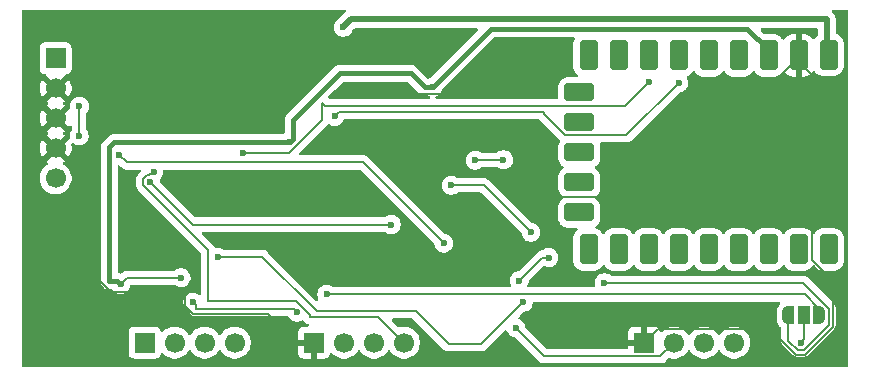
<source format=gbl>
%TF.GenerationSoftware,KiCad,Pcbnew,9.0.6*%
%TF.CreationDate,2025-12-01T20:52:41-05:00*%
%TF.ProjectId,Pico 2HP,5069636f-2032-4485-902e-6b696361645f,rev?*%
%TF.SameCoordinates,Original*%
%TF.FileFunction,Copper,L2,Bot*%
%TF.FilePolarity,Positive*%
%FSLAX46Y46*%
G04 Gerber Fmt 4.6, Leading zero omitted, Abs format (unit mm)*
G04 Created by KiCad (PCBNEW 9.0.6) date 2025-12-01 20:52:41*
%MOMM*%
%LPD*%
G01*
G04 APERTURE LIST*
G04 Aperture macros list*
%AMRoundRect*
0 Rectangle with rounded corners*
0 $1 Rounding radius*
0 $2 $3 $4 $5 $6 $7 $8 $9 X,Y pos of 4 corners*
0 Add a 4 corners polygon primitive as box body*
4,1,4,$2,$3,$4,$5,$6,$7,$8,$9,$2,$3,0*
0 Add four circle primitives for the rounded corners*
1,1,$1+$1,$2,$3*
1,1,$1+$1,$4,$5*
1,1,$1+$1,$6,$7*
1,1,$1+$1,$8,$9*
0 Add four rect primitives between the rounded corners*
20,1,$1+$1,$2,$3,$4,$5,0*
20,1,$1+$1,$4,$5,$6,$7,0*
20,1,$1+$1,$6,$7,$8,$9,0*
20,1,$1+$1,$8,$9,$2,$3,0*%
%AMFreePoly0*
4,1,23,0.550000,-0.750000,0.000000,-0.750000,0.000000,-0.745722,-0.065263,-0.745722,-0.191342,-0.711940,-0.304381,-0.646677,-0.396677,-0.554381,-0.461940,-0.441342,-0.495722,-0.315263,-0.495722,-0.250000,-0.500000,-0.250000,-0.500000,0.250000,-0.495722,0.250000,-0.495722,0.315263,-0.461940,0.441342,-0.396677,0.554381,-0.304381,0.646677,-0.191342,0.711940,-0.065263,0.745722,0.000000,0.745722,
0.000000,0.750000,0.550000,0.750000,0.550000,-0.750000,0.550000,-0.750000,$1*%
%AMFreePoly1*
4,1,23,0.000000,0.745722,0.065263,0.745722,0.191342,0.711940,0.304381,0.646677,0.396677,0.554381,0.461940,0.441342,0.495722,0.315263,0.495722,0.250000,0.500000,0.250000,0.500000,-0.250000,0.495722,-0.250000,0.495722,-0.315263,0.461940,-0.441342,0.396677,-0.554381,0.304381,-0.646677,0.191342,-0.711940,0.065263,-0.745722,0.000000,-0.745722,0.000000,-0.750000,-0.550000,-0.750000,
-0.550000,0.750000,0.000000,0.750000,0.000000,0.745722,0.000000,0.745722,$1*%
G04 Aperture macros list end*
%TA.AperFunction,ComponentPad*%
%ADD10R,1.700000X1.700000*%
%TD*%
%TA.AperFunction,ComponentPad*%
%ADD11C,1.700000*%
%TD*%
%TA.AperFunction,ComponentPad*%
%ADD12RoundRect,0.400000X-0.400000X0.900000X-0.400000X-0.900000X0.400000X-0.900000X0.400000X0.900000X0*%
%TD*%
%TA.AperFunction,ComponentPad*%
%ADD13RoundRect,0.400050X-0.400050X0.899950X-0.400050X-0.899950X0.400050X-0.899950X0.400050X0.899950X0*%
%TD*%
%TA.AperFunction,ComponentPad*%
%ADD14RoundRect,0.400000X-0.900000X0.400000X-0.900000X-0.400000X0.900000X-0.400000X0.900000X0.400000X0*%
%TD*%
%TA.AperFunction,ComponentPad*%
%ADD15RoundRect,0.393700X-0.906300X0.393700X-0.906300X-0.393700X0.906300X-0.393700X0.906300X0.393700X0*%
%TD*%
%TA.AperFunction,SMDPad,CuDef*%
%ADD16FreePoly0,0.000000*%
%TD*%
%TA.AperFunction,SMDPad,CuDef*%
%ADD17R,1.000000X1.500000*%
%TD*%
%TA.AperFunction,SMDPad,CuDef*%
%ADD18FreePoly1,0.000000*%
%TD*%
%TA.AperFunction,ViaPad*%
%ADD19C,0.600000*%
%TD*%
%TA.AperFunction,Conductor*%
%ADD20C,0.200000*%
%TD*%
%TA.AperFunction,Conductor*%
%ADD21C,0.500000*%
%TD*%
%TA.AperFunction,Conductor*%
%ADD22C,0.400000*%
%TD*%
G04 APERTURE END LIST*
D10*
%TO.P,J2,1,Pin_1*%
%TO.N,GND*%
X99750000Y-78475000D03*
D11*
%TO.P,J2,2,Pin_2*%
%TO.N,Net-(J2-Pin_2)*%
X102290000Y-78475000D03*
%TO.P,J2,3,Pin_3*%
%TO.N,Net-(J2-Pin_3)*%
X104830000Y-78475000D03*
%TO.P,J2,4,Pin_4*%
%TO.N,Net-(J2-Pin_4)*%
X107370000Y-78475000D03*
%TD*%
D10*
%TO.P,J4,1,Pin_1*%
%TO.N,Net-(D2-A)*%
X77875000Y-54400000D03*
D11*
%TO.P,J4,2,Pin_2*%
%TO.N,GND*%
X77875000Y-56940000D03*
%TO.P,J4,3,Pin_3*%
X77875000Y-59480000D03*
%TO.P,J4,4,Pin_4*%
X77875000Y-62020000D03*
%TO.P,J4,5,Pin_5*%
%TO.N,Net-(D1-K)*%
X77875000Y-64560000D03*
%TD*%
D10*
%TO.P,J1,1,Pin_1*%
%TO.N,Net-(J1-Pin_1)*%
X85425000Y-78475000D03*
D11*
%TO.P,J1,2,Pin_2*%
%TO.N,Net-(J1-Pin_2)*%
X87965000Y-78475000D03*
%TO.P,J1,3,Pin_3*%
%TO.N,Net-(J1-Pin_3)*%
X90505000Y-78475000D03*
%TO.P,J1,4,Pin_4*%
%TO.N,Net-(J1-Pin_4)*%
X93045000Y-78475000D03*
%TD*%
D12*
%TO.P,RZ1,1,GP0*%
%TO.N,unconnected-(RZ1-GP0-Pad1)*%
X143335000Y-70590000D03*
%TO.P,RZ1,2,GP1*%
%TO.N,unconnected-(RZ1-GP1-Pad2)*%
X140795000Y-70590000D03*
%TO.P,RZ1,3,GP2*%
%TO.N,Net-(J2-Pin_2)*%
X138255000Y-70590000D03*
%TO.P,RZ1,4,GP3*%
%TO.N,Net-(J2-Pin_3)*%
X135715000Y-70590000D03*
%TO.P,RZ1,5,GP4*%
%TO.N,unconnected-(RZ1-GP4-Pad5)*%
X133175000Y-70590000D03*
D13*
%TO.P,RZ1,6,GP5*%
%TO.N,Net-(RZ1-GP5)*%
X130635000Y-70590000D03*
%TO.P,RZ1,7,GP6*%
%TO.N,unconnected-(RZ1-GP6-Pad7)*%
X128095000Y-70590000D03*
%TO.P,RZ1,8,GP7*%
%TO.N,unconnected-(RZ1-GP7-Pad8)*%
X125555000Y-70590000D03*
%TO.P,RZ1,9,GP8*%
%TO.N,unconnected-(RZ1-GP8-Pad9)*%
X123015000Y-70590000D03*
D14*
%TO.P,RZ1,10,GP9*%
%TO.N,unconnected-(RZ1-GP9-Pad10)*%
X122205000Y-67450000D03*
D15*
%TO.P,RZ1,11,GP10*%
%TO.N,unconnected-(RZ1-GP10-Pad11)*%
X122205000Y-64910000D03*
%TO.P,RZ1,12,GP11*%
%TO.N,unconnected-(RZ1-GP11-Pad12)*%
X122205000Y-62370000D03*
%TO.P,RZ1,13,GP12*%
%TO.N,Net-(RZ1-GP12)*%
X122205000Y-59830000D03*
%TO.P,RZ1,14,GP13*%
%TO.N,Net-(RZ1-GP13)*%
X122205000Y-57290000D03*
D13*
%TO.P,RZ1,15,GP14*%
%TO.N,Net-(RZ1-GP14)*%
X123015000Y-54150000D03*
%TO.P,RZ1,16,GP15*%
%TO.N,unconnected-(RZ1-GP15-Pad16)*%
X125555000Y-54150000D03*
%TO.P,RZ1,17,GP26*%
%TO.N,Net-(RZ1-GP26)*%
X128095000Y-54150000D03*
%TO.P,RZ1,18,GP27*%
%TO.N,Net-(RZ1-GP27)*%
X130635000Y-54150000D03*
%TO.P,RZ1,19,GP28*%
%TO.N,Net-(RZ1-GP28)*%
X133175000Y-54150000D03*
%TO.P,RZ1,20,GP29*%
%TO.N,Net-(RZ1-GP29)*%
X135715000Y-54150000D03*
%TO.P,RZ1,21,3V3*%
%TO.N,+3.3V*%
X138255000Y-54150000D03*
%TO.P,RZ1,22,GND*%
%TO.N,GND*%
X140795000Y-54150000D03*
%TO.P,RZ1,23,5V*%
%TO.N,+5V*%
X143335000Y-54110000D03*
%TD*%
D10*
%TO.P,J3,1,Pin_1*%
%TO.N,GND*%
X127700000Y-78475000D03*
D11*
%TO.P,J3,2,Pin_2*%
%TO.N,Net-(J3-Pin_2)*%
X130240000Y-78475000D03*
%TO.P,J3,3,Pin_3*%
%TO.N,Net-(J3-Pin_3)*%
X132780000Y-78475000D03*
%TO.P,J3,4,Pin_4*%
%TO.N,+3.3V*%
X135320000Y-78475000D03*
%TD*%
D16*
%TO.P,JP1,1,A*%
%TO.N,Net-(JP1-A)*%
X139925000Y-76175000D03*
D17*
%TO.P,JP1,2,C*%
%TO.N,Net-(J3-Pin_3)*%
X141225000Y-76175000D03*
D18*
%TO.P,JP1,3,B*%
%TO.N,Net-(JP1-B)*%
X142525000Y-76175000D03*
%TD*%
D19*
%TO.N,GND*%
X138600000Y-66000000D03*
X141050000Y-58350000D03*
X104425000Y-59825000D03*
X130775000Y-76400000D03*
X95275000Y-65000000D03*
X141000000Y-66625000D03*
X88175000Y-74000000D03*
X95675000Y-66850000D03*
X115850000Y-56450000D03*
X96700000Y-55325000D03*
X82575000Y-58200000D03*
X80575000Y-69325000D03*
X85700000Y-69250000D03*
X77500000Y-51225000D03*
X106378094Y-59897677D03*
X120225000Y-69375000D03*
X143450000Y-78925000D03*
X90250000Y-55850000D03*
X102825000Y-64650000D03*
X96150000Y-78875000D03*
X111025000Y-67025000D03*
X80000000Y-62325000D03*
X81575000Y-77025000D03*
X119700000Y-66175000D03*
X77450000Y-67075000D03*
X115900000Y-54675000D03*
X97550000Y-70225000D03*
X111750000Y-63200000D03*
X75825000Y-78200000D03*
X107400000Y-57225000D03*
X90925000Y-65875000D03*
%TO.N,+12V*%
X79900000Y-58450000D03*
X110750000Y-70050000D03*
X79875000Y-60975000D03*
X83275000Y-62575000D03*
%TO.N,-12V*%
X85900000Y-64900000D03*
X106300000Y-68475000D03*
%TO.N,+5V*%
X102225000Y-51775000D03*
%TO.N,+3.3V*%
X83375000Y-73550000D03*
X109800000Y-56850000D03*
X88500000Y-72975000D03*
X97700000Y-61525000D03*
%TO.N,Net-(JP1-A)*%
X124350000Y-73400000D03*
X117125000Y-73225000D03*
X119650000Y-71275000D03*
%TO.N,Net-(U6B--)*%
X115800000Y-63000000D03*
X113400000Y-63025000D03*
X111375000Y-65150000D03*
X118125000Y-69125000D03*
%TO.N,Net-(J3-Pin_2)*%
X116850000Y-77225000D03*
%TO.N,Net-(J2-Pin_4)*%
X86175000Y-64000000D03*
%TO.N,Net-(J3-Pin_3)*%
X140950000Y-78475000D03*
%TO.N,Net-(RZ1-GP26)*%
X93750000Y-62400000D03*
X128100000Y-56450000D03*
%TO.N,Net-(RZ1-GP27)*%
X101500000Y-59325000D03*
X130650000Y-56475000D03*
%TO.N,Net-(JP1-B)*%
X100825000Y-74400000D03*
%TO.N,Net-(R20-Pad1)*%
X91625000Y-71225000D03*
X117475000Y-75050000D03*
%TO.N,Net-(RZ1-GP5)*%
X89500000Y-75050000D03*
X98325000Y-75909200D03*
%TD*%
D20*
%TO.N,GND*%
X88825000Y-74077286D02*
X88825000Y-75375000D01*
X88877286Y-74025000D02*
X88825000Y-74077286D01*
X141367694Y-79483400D02*
X143738400Y-77112693D01*
X141899200Y-71450090D02*
X141899200Y-55854200D01*
X141899200Y-55854200D02*
X140795000Y-54750000D01*
X143738400Y-77112693D02*
X143738400Y-73289290D01*
X80000000Y-62325000D02*
X80575000Y-62900000D01*
X88825000Y-75375000D02*
X89500000Y-76050000D01*
X115900000Y-54675000D02*
X113120800Y-57454200D01*
X140532307Y-79483400D02*
X141367694Y-79483400D01*
X89500000Y-76050000D02*
X95825000Y-76050000D01*
X80575000Y-72138046D02*
X80575000Y-69325000D01*
X80575000Y-62900000D02*
X80575000Y-69400000D01*
X106378094Y-59897677D02*
X104497677Y-59897677D01*
X107629200Y-57454200D02*
X107400000Y-57225000D01*
X95675000Y-65400000D02*
X95275000Y-65000000D01*
X95675000Y-66850000D02*
X95675000Y-65400000D01*
X82591154Y-74154200D02*
X80575000Y-72138046D01*
X88175000Y-74000000D02*
X88200000Y-74025000D01*
X104497677Y-59897677D02*
X104425000Y-59825000D01*
X88175000Y-74000000D02*
X88020800Y-74154200D01*
X128854200Y-77320800D02*
X138369706Y-77320800D01*
X127700000Y-78475000D02*
X128854200Y-77320800D01*
X88200000Y-74025000D02*
X88877286Y-74025000D01*
X140795000Y-54750000D02*
X140375000Y-54750000D01*
X95825000Y-76050000D02*
X98325000Y-78550000D01*
X138369706Y-77320800D02*
X140532307Y-79483400D01*
X113120800Y-57454200D02*
X107629200Y-57454200D01*
X98400000Y-78475000D02*
X99750000Y-78475000D01*
X98325000Y-78550000D02*
X98400000Y-78475000D01*
X128950000Y-66175000D02*
X119700000Y-66175000D01*
X88020800Y-74154200D02*
X82591154Y-74154200D01*
X143738400Y-73289290D02*
X141899200Y-71450090D01*
X140375000Y-54750000D02*
X128950000Y-66175000D01*
%TO.N,+12V*%
X86575000Y-63225000D02*
X83925000Y-63225000D01*
X103925000Y-63225000D02*
X86575000Y-63225000D01*
X110750000Y-70050000D02*
X103925000Y-63225000D01*
X79875000Y-58475000D02*
X79900000Y-58450000D01*
X79875000Y-60975000D02*
X79875000Y-58475000D01*
X83925000Y-63225000D02*
X83275000Y-62575000D01*
%TO.N,-12V*%
X89475000Y-68475000D02*
X85900000Y-64900000D01*
X106300000Y-68475000D02*
X89475000Y-68475000D01*
D21*
%TO.N,+5V*%
X143175000Y-51100000D02*
X102850000Y-51100000D01*
X143185000Y-53510000D02*
X143185000Y-51110000D01*
X143185000Y-53510000D02*
X143175000Y-53500000D01*
X143185000Y-51110000D02*
X143175000Y-51100000D01*
X102200000Y-51750000D02*
X102225000Y-51775000D01*
X102850000Y-51100000D02*
X102200000Y-51750000D01*
D22*
%TO.N,+3.3V*%
X82825000Y-61525000D02*
X82425000Y-61925000D01*
X97975000Y-59625000D02*
X97975000Y-61250000D01*
X82425000Y-61925000D02*
X82425000Y-73275000D01*
X138105000Y-53550000D02*
X136455000Y-51900000D01*
X97975000Y-61250000D02*
X97700000Y-61525000D01*
D20*
X88500000Y-72975000D02*
X83950000Y-72975000D01*
D22*
X101925000Y-55675000D02*
X97975000Y-59625000D01*
X97700000Y-61525000D02*
X82825000Y-61525000D01*
X83100000Y-73275000D02*
X83375000Y-73550000D01*
X82425000Y-73275000D02*
X83100000Y-73275000D01*
X107950000Y-55675000D02*
X101925000Y-55675000D01*
D20*
X83950000Y-72975000D02*
X83375000Y-73550000D01*
D22*
X109800000Y-56850000D02*
X109125000Y-56850000D01*
X136455000Y-51900000D02*
X114750000Y-51900000D01*
X109125000Y-56850000D02*
X107950000Y-55675000D01*
X114750000Y-51900000D02*
X109800000Y-56850000D01*
D20*
%TO.N,Net-(JP1-A)*%
X141144382Y-73400000D02*
X124350000Y-73400000D01*
X139925000Y-76175000D02*
X139925000Y-78304468D01*
X141200268Y-79079200D02*
X143334200Y-76945268D01*
X119650000Y-71275000D02*
X119075000Y-71275000D01*
X143334200Y-75589818D02*
X141144382Y-73400000D01*
X143334200Y-76945268D02*
X143334200Y-75589818D01*
X140699732Y-79079200D02*
X141200268Y-79079200D01*
X139925000Y-78304468D02*
X140699732Y-79079200D01*
X119075000Y-71275000D02*
X117125000Y-73225000D01*
%TO.N,Net-(U6B--)*%
X115800000Y-63000000D02*
X113425000Y-63000000D01*
X114150000Y-65150000D02*
X118125000Y-69125000D01*
X111375000Y-65150000D02*
X114150000Y-65150000D01*
X113425000Y-63000000D02*
X113400000Y-63025000D01*
%TO.N,Net-(J3-Pin_2)*%
X129085800Y-79629200D02*
X119254200Y-79629200D01*
X130240000Y-78475000D02*
X129085800Y-79629200D01*
X119254200Y-79629200D02*
X116850000Y-77225000D01*
%TO.N,Net-(J2-Pin_4)*%
X99400000Y-76300000D02*
X99400000Y-76129732D01*
X85295800Y-64649732D02*
X85649732Y-64295800D01*
X105195000Y-76300000D02*
X99400000Y-76300000D01*
X85804200Y-64295800D02*
X86100000Y-64000000D01*
X90800000Y-70654468D02*
X85295800Y-65150268D01*
X85295800Y-65150268D02*
X85295800Y-64649732D01*
X90800000Y-74975000D02*
X90800000Y-70654468D01*
X98245268Y-74975000D02*
X90800000Y-74975000D01*
X107370000Y-78475000D02*
X105195000Y-76300000D01*
X99400000Y-76129732D02*
X98245268Y-74975000D01*
X85649732Y-64295800D02*
X85804200Y-64295800D01*
X86100000Y-64000000D02*
X86175000Y-64000000D01*
%TO.N,Net-(J3-Pin_3)*%
X141225000Y-78200000D02*
X141225000Y-76175000D01*
X140950000Y-78475000D02*
X141225000Y-78200000D01*
%TO.N,Net-(RZ1-GP26)*%
X128100000Y-56450000D02*
X126125000Y-58425000D01*
X100425000Y-58175000D02*
X100425000Y-59654468D01*
X100425000Y-59654468D02*
X97679468Y-62400000D01*
X100675000Y-58425000D02*
X100425000Y-58175000D01*
X126125000Y-58425000D02*
X100675000Y-58425000D01*
X97679468Y-62400000D02*
X93750000Y-62400000D01*
%TO.N,Net-(RZ1-GP27)*%
X119225000Y-59136982D02*
X119225000Y-58925000D01*
X130650000Y-56475000D02*
X126203400Y-60921600D01*
X101900000Y-58925000D02*
X101500000Y-59325000D01*
X126203400Y-60921600D02*
X121009618Y-60921600D01*
X121009618Y-60921600D02*
X119225000Y-59136982D01*
X119225000Y-58925000D02*
X101900000Y-58925000D01*
%TO.N,Net-(JP1-B)*%
X142525000Y-75616600D02*
X141308400Y-74400000D01*
X142525000Y-76175000D02*
X142525000Y-75616600D01*
X141308400Y-74400000D02*
X100825000Y-74400000D01*
%TO.N,Net-(R20-Pad1)*%
X95375000Y-71225000D02*
X91625000Y-71225000D01*
X117475000Y-75050000D02*
X113925000Y-78600000D01*
X113925000Y-78600000D02*
X111150000Y-78600000D01*
X108375000Y-75825000D02*
X99975000Y-75825000D01*
X99975000Y-75825000D02*
X95375000Y-71225000D01*
X111150000Y-78600000D02*
X108375000Y-75825000D01*
%TO.N,Net-(RZ1-GP5)*%
X98061600Y-75645800D02*
X89775000Y-75645800D01*
X89775000Y-75645800D02*
X89775000Y-75325000D01*
X98325000Y-75909200D02*
X98061600Y-75645800D01*
X89775000Y-75325000D02*
X89500000Y-75050000D01*
%TD*%
%TA.AperFunction,Conductor*%
%TO.N,GND*%
G36*
X78990270Y-60241717D02*
G01*
X78990270Y-60241716D01*
X79029624Y-60187552D01*
X79040015Y-60167159D01*
X79044390Y-60162526D01*
X79046185Y-60156414D01*
X79068083Y-60137438D01*
X79087989Y-60116362D01*
X79094175Y-60114830D01*
X79098989Y-60110659D01*
X79127674Y-60106534D01*
X79155810Y-60099567D01*
X79161840Y-60101621D01*
X79168147Y-60100715D01*
X79194512Y-60112755D01*
X79221945Y-60122104D01*
X79225907Y-60127093D01*
X79231703Y-60129740D01*
X79247372Y-60154122D01*
X79265397Y-60176819D01*
X79266897Y-60184503D01*
X79269477Y-60188518D01*
X79274500Y-60223453D01*
X79274500Y-60395234D01*
X79254815Y-60462273D01*
X79253602Y-60464125D01*
X79165609Y-60595814D01*
X79165602Y-60595827D01*
X79105264Y-60741498D01*
X79105261Y-60741510D01*
X79074500Y-60896153D01*
X79074500Y-60896158D01*
X79074500Y-61053842D01*
X79074501Y-61053846D01*
X79085194Y-61107607D01*
X79078965Y-61177199D01*
X79036102Y-61232375D01*
X79005317Y-61243234D01*
X78357962Y-61890590D01*
X78340925Y-61827007D01*
X78275099Y-61712993D01*
X78182007Y-61619901D01*
X78067993Y-61554075D01*
X78004409Y-61537037D01*
X78636716Y-60904728D01*
X78582550Y-60865375D01*
X78572954Y-60860486D01*
X78522157Y-60812512D01*
X78505361Y-60744692D01*
X78527897Y-60678556D01*
X78572954Y-60639514D01*
X78582554Y-60634622D01*
X78636716Y-60595270D01*
X78636717Y-60595270D01*
X78004408Y-59962962D01*
X78067993Y-59945925D01*
X78182007Y-59880099D01*
X78275099Y-59787007D01*
X78340925Y-59672993D01*
X78357962Y-59609408D01*
X78990270Y-60241717D01*
G37*
%TD.AperFunction*%
%TA.AperFunction,Conductor*%
G36*
X102391352Y-50295185D02*
G01*
X102437107Y-50347989D01*
X102447051Y-50417147D01*
X102418026Y-50480703D01*
X102393207Y-50502599D01*
X102371915Y-50516826D01*
X102371578Y-50517052D01*
X101785759Y-51102871D01*
X101766970Y-51118291D01*
X101714713Y-51153208D01*
X101714705Y-51153215D01*
X101603213Y-51264707D01*
X101603210Y-51264711D01*
X101515609Y-51395814D01*
X101515602Y-51395827D01*
X101455264Y-51541498D01*
X101455261Y-51541510D01*
X101424500Y-51696153D01*
X101424500Y-51853846D01*
X101455261Y-52008489D01*
X101455264Y-52008501D01*
X101515602Y-52154172D01*
X101515609Y-52154185D01*
X101603210Y-52285288D01*
X101603213Y-52285292D01*
X101714707Y-52396786D01*
X101714711Y-52396789D01*
X101845814Y-52484390D01*
X101845827Y-52484397D01*
X101991498Y-52544735D01*
X101991503Y-52544737D01*
X102146153Y-52575499D01*
X102146156Y-52575500D01*
X102146158Y-52575500D01*
X102303844Y-52575500D01*
X102303845Y-52575499D01*
X102458497Y-52544737D01*
X102604179Y-52484394D01*
X102735289Y-52396789D01*
X102846789Y-52285289D01*
X102934394Y-52154179D01*
X102979547Y-52045165D01*
X102984177Y-52038236D01*
X102985275Y-52033193D01*
X103006423Y-52004943D01*
X103124550Y-51886818D01*
X103185873Y-51853334D01*
X103212230Y-51850500D01*
X113509481Y-51850500D01*
X113576520Y-51870185D01*
X113622275Y-51922989D01*
X113632219Y-51992147D01*
X113603194Y-52055703D01*
X113597162Y-52062181D01*
X109605412Y-56053929D01*
X109565183Y-56080809D01*
X109487073Y-56113163D01*
X109417604Y-56120632D01*
X109355125Y-56089357D01*
X109351940Y-56086283D01*
X108396546Y-55130888D01*
X108396545Y-55130887D01*
X108281807Y-55054222D01*
X108154332Y-55001421D01*
X108154322Y-55001418D01*
X108018996Y-54974500D01*
X108018994Y-54974500D01*
X108018993Y-54974500D01*
X101993994Y-54974500D01*
X101856006Y-54974500D01*
X101856004Y-54974500D01*
X101720677Y-55001418D01*
X101720667Y-55001421D01*
X101593192Y-55054222D01*
X101478454Y-55130887D01*
X97430890Y-59178451D01*
X97430884Y-59178458D01*
X97405775Y-59216038D01*
X97405775Y-59216039D01*
X97354228Y-59293183D01*
X97354221Y-59293195D01*
X97301421Y-59420667D01*
X97301418Y-59420677D01*
X97274500Y-59556004D01*
X97274500Y-60700500D01*
X97254815Y-60767539D01*
X97202011Y-60813294D01*
X97150500Y-60824500D01*
X82756003Y-60824500D01*
X82653045Y-60844979D01*
X82653032Y-60844982D01*
X82647591Y-60846065D01*
X82620671Y-60851420D01*
X82601218Y-60859478D01*
X82595095Y-60862013D01*
X82595092Y-60862015D01*
X82493190Y-60904224D01*
X82492436Y-60904728D01*
X82472291Y-60918189D01*
X82378456Y-60980886D01*
X82378453Y-60980889D01*
X81880888Y-61478453D01*
X81880882Y-61478461D01*
X81806979Y-61589066D01*
X81806979Y-61589068D01*
X81804223Y-61593191D01*
X81804222Y-61593193D01*
X81751421Y-61720667D01*
X81751418Y-61720677D01*
X81724500Y-61856004D01*
X81724500Y-61856007D01*
X81724500Y-73206006D01*
X81724500Y-73206007D01*
X81724500Y-73343993D01*
X81724500Y-73343995D01*
X81724499Y-73343995D01*
X81751418Y-73479322D01*
X81751421Y-73479332D01*
X81804221Y-73606804D01*
X81804228Y-73606817D01*
X81880885Y-73721541D01*
X81880888Y-73721545D01*
X81978454Y-73819111D01*
X81978458Y-73819114D01*
X82093182Y-73895771D01*
X82093195Y-73895778D01*
X82173848Y-73929185D01*
X82220672Y-73948580D01*
X82220676Y-73948580D01*
X82220677Y-73948581D01*
X82356004Y-73975500D01*
X82356007Y-73975500D01*
X82630277Y-73975500D01*
X82697316Y-73995185D01*
X82733379Y-74030609D01*
X82753210Y-74060288D01*
X82753213Y-74060292D01*
X82864707Y-74171786D01*
X82864711Y-74171789D01*
X82995814Y-74259390D01*
X82995827Y-74259397D01*
X83078967Y-74293834D01*
X83141503Y-74319737D01*
X83292473Y-74349767D01*
X83296153Y-74350499D01*
X83296156Y-74350500D01*
X83296158Y-74350500D01*
X83453844Y-74350500D01*
X83453845Y-74350499D01*
X83608497Y-74319737D01*
X83754179Y-74259394D01*
X83885289Y-74171789D01*
X83996789Y-74060289D01*
X84084394Y-73929179D01*
X84144737Y-73783497D01*
X84152447Y-73744735D01*
X84166258Y-73675308D01*
X84198643Y-73613397D01*
X84259359Y-73578823D01*
X84287875Y-73575500D01*
X87920234Y-73575500D01*
X87987273Y-73595185D01*
X87989125Y-73596398D01*
X88120814Y-73684390D01*
X88120827Y-73684397D01*
X88210512Y-73721545D01*
X88266503Y-73744737D01*
X88421153Y-73775499D01*
X88421156Y-73775500D01*
X88421158Y-73775500D01*
X88578844Y-73775500D01*
X88578845Y-73775499D01*
X88733497Y-73744737D01*
X88864182Y-73690606D01*
X88879172Y-73684397D01*
X88879172Y-73684396D01*
X88879179Y-73684394D01*
X89010289Y-73596789D01*
X89121789Y-73485289D01*
X89209394Y-73354179D01*
X89269737Y-73208497D01*
X89300500Y-73053842D01*
X89300500Y-72896158D01*
X89300500Y-72896155D01*
X89300499Y-72896153D01*
X89299217Y-72889707D01*
X89269737Y-72741503D01*
X89269735Y-72741498D01*
X89209397Y-72595827D01*
X89209390Y-72595814D01*
X89121789Y-72464711D01*
X89121786Y-72464707D01*
X89010292Y-72353213D01*
X89010288Y-72353210D01*
X88879185Y-72265609D01*
X88879172Y-72265602D01*
X88733501Y-72205264D01*
X88733489Y-72205261D01*
X88578845Y-72174500D01*
X88578842Y-72174500D01*
X88421158Y-72174500D01*
X88421155Y-72174500D01*
X88266510Y-72205261D01*
X88266498Y-72205264D01*
X88120827Y-72265602D01*
X88120814Y-72265609D01*
X87989125Y-72353602D01*
X87922447Y-72374480D01*
X87920234Y-72374500D01*
X84036670Y-72374500D01*
X84036654Y-72374499D01*
X84029058Y-72374499D01*
X83870943Y-72374499D01*
X83730736Y-72412067D01*
X83718211Y-72415424D01*
X83581287Y-72494477D01*
X83581282Y-72494481D01*
X83483132Y-72592630D01*
X83471991Y-72598712D01*
X83463801Y-72608410D01*
X83441908Y-72615139D01*
X83421809Y-72626114D01*
X83407565Y-72625695D01*
X83397015Y-72628938D01*
X83375212Y-72624743D01*
X83362020Y-72624356D01*
X83354863Y-72622352D01*
X83304328Y-72601420D01*
X83220653Y-72584775D01*
X83216068Y-72583492D01*
X83190311Y-72567394D01*
X83163397Y-72553316D01*
X83160972Y-72549058D01*
X83156818Y-72546462D01*
X83143853Y-72518994D01*
X83128823Y-72492600D01*
X83127980Y-72485365D01*
X83126994Y-72483277D01*
X83127386Y-72480276D01*
X83125500Y-72464084D01*
X83125500Y-63574097D01*
X83145185Y-63507058D01*
X83197989Y-63461303D01*
X83267147Y-63451359D01*
X83330703Y-63480384D01*
X83337181Y-63486416D01*
X83440139Y-63589374D01*
X83440149Y-63589385D01*
X83444479Y-63593715D01*
X83444480Y-63593716D01*
X83556284Y-63705520D01*
X83606290Y-63734390D01*
X83643095Y-63755639D01*
X83643097Y-63755641D01*
X83667512Y-63769737D01*
X83693215Y-63784577D01*
X83845943Y-63825501D01*
X83845946Y-63825501D01*
X84011653Y-63825501D01*
X84011669Y-63825500D01*
X84971434Y-63825500D01*
X85038473Y-63845185D01*
X85084228Y-63897989D01*
X85094172Y-63967147D01*
X85065147Y-64030703D01*
X85059115Y-64037181D01*
X84815281Y-64281014D01*
X84815275Y-64281022D01*
X84780982Y-64340421D01*
X84780982Y-64340423D01*
X84736223Y-64417946D01*
X84726640Y-64453711D01*
X84695299Y-64570675D01*
X84695299Y-64570677D01*
X84695299Y-64738778D01*
X84695300Y-64738791D01*
X84695300Y-65063598D01*
X84695299Y-65063616D01*
X84695299Y-65229322D01*
X84695298Y-65229322D01*
X84695299Y-65229325D01*
X84736223Y-65382053D01*
X84737042Y-65383471D01*
X84737050Y-65383500D01*
X84737057Y-65383497D01*
X84815277Y-65518980D01*
X84815281Y-65518985D01*
X84934149Y-65637853D01*
X84934155Y-65637858D01*
X90163181Y-70866884D01*
X90196666Y-70928207D01*
X90199500Y-70954565D01*
X90199500Y-74322649D01*
X90179815Y-74389688D01*
X90127011Y-74435443D01*
X90057853Y-74445387D01*
X90006609Y-74425751D01*
X89879185Y-74340609D01*
X89879172Y-74340602D01*
X89733501Y-74280264D01*
X89733489Y-74280261D01*
X89578845Y-74249500D01*
X89578842Y-74249500D01*
X89421158Y-74249500D01*
X89421155Y-74249500D01*
X89266510Y-74280261D01*
X89266498Y-74280264D01*
X89120827Y-74340602D01*
X89120814Y-74340609D01*
X88989711Y-74428210D01*
X88989707Y-74428213D01*
X88878213Y-74539707D01*
X88878210Y-74539711D01*
X88790609Y-74670814D01*
X88790602Y-74670827D01*
X88730264Y-74816498D01*
X88730261Y-74816510D01*
X88699500Y-74971153D01*
X88699500Y-75128846D01*
X88730261Y-75283489D01*
X88730264Y-75283501D01*
X88790602Y-75429172D01*
X88790609Y-75429185D01*
X88878210Y-75560288D01*
X88878213Y-75560292D01*
X88989710Y-75671789D01*
X89074342Y-75728338D01*
X89120821Y-75759394D01*
X89135112Y-75765313D01*
X89189517Y-75809153D01*
X89207436Y-75847779D01*
X89215422Y-75877581D01*
X89215426Y-75877590D01*
X89294475Y-76014509D01*
X89294479Y-76014514D01*
X89294480Y-76014516D01*
X89406284Y-76126320D01*
X89406286Y-76126321D01*
X89406290Y-76126324D01*
X89543209Y-76205373D01*
X89543216Y-76205377D01*
X89695943Y-76246300D01*
X89854057Y-76246300D01*
X97521211Y-76246300D01*
X97588250Y-76265985D01*
X97624311Y-76301407D01*
X97682651Y-76388719D01*
X97703212Y-76419491D01*
X97814707Y-76530986D01*
X97814711Y-76530989D01*
X97945814Y-76618590D01*
X97945827Y-76618597D01*
X98066827Y-76668716D01*
X98091503Y-76678937D01*
X98246153Y-76709699D01*
X98246156Y-76709700D01*
X98246158Y-76709700D01*
X98403844Y-76709700D01*
X98403845Y-76709699D01*
X98558497Y-76678937D01*
X98704179Y-76618594D01*
X98728579Y-76602290D01*
X98795254Y-76581411D01*
X98862634Y-76599893D01*
X98904858Y-76643390D01*
X98919480Y-76668716D01*
X99031284Y-76780520D01*
X99031286Y-76780521D01*
X99031290Y-76780524D01*
X99166550Y-76858615D01*
X99168216Y-76859577D01*
X99249010Y-76881225D01*
X99308670Y-76917590D01*
X99339199Y-76980437D01*
X99330904Y-77049813D01*
X99286419Y-77103690D01*
X99219867Y-77124965D01*
X99216916Y-77125000D01*
X98852155Y-77125000D01*
X98792627Y-77131401D01*
X98792620Y-77131403D01*
X98657913Y-77181645D01*
X98657906Y-77181649D01*
X98542812Y-77267809D01*
X98542809Y-77267812D01*
X98456649Y-77382906D01*
X98456645Y-77382913D01*
X98406403Y-77517620D01*
X98406401Y-77517627D01*
X98400000Y-77577155D01*
X98400000Y-78225000D01*
X99316988Y-78225000D01*
X99284075Y-78282007D01*
X99250000Y-78409174D01*
X99250000Y-78540826D01*
X99284075Y-78667993D01*
X99316988Y-78725000D01*
X98400000Y-78725000D01*
X98400000Y-79372844D01*
X98406401Y-79432372D01*
X98406403Y-79432379D01*
X98456645Y-79567086D01*
X98456649Y-79567093D01*
X98542809Y-79682187D01*
X98542812Y-79682190D01*
X98657906Y-79768350D01*
X98657913Y-79768354D01*
X98792620Y-79818596D01*
X98792627Y-79818598D01*
X98852155Y-79824999D01*
X98852172Y-79825000D01*
X99500000Y-79825000D01*
X99500000Y-78908012D01*
X99557007Y-78940925D01*
X99684174Y-78975000D01*
X99815826Y-78975000D01*
X99942993Y-78940925D01*
X100000000Y-78908012D01*
X100000000Y-79825000D01*
X100647828Y-79825000D01*
X100647844Y-79824999D01*
X100707372Y-79818598D01*
X100707379Y-79818596D01*
X100842086Y-79768354D01*
X100842093Y-79768350D01*
X100957187Y-79682190D01*
X100957190Y-79682187D01*
X101043350Y-79567093D01*
X101043354Y-79567086D01*
X101092422Y-79435529D01*
X101134293Y-79379595D01*
X101199757Y-79355178D01*
X101268030Y-79370030D01*
X101296285Y-79391181D01*
X101410213Y-79505109D01*
X101582179Y-79630048D01*
X101582181Y-79630049D01*
X101582184Y-79630051D01*
X101771588Y-79726557D01*
X101973757Y-79792246D01*
X102183713Y-79825500D01*
X102183714Y-79825500D01*
X102396286Y-79825500D01*
X102396287Y-79825500D01*
X102606243Y-79792246D01*
X102808412Y-79726557D01*
X102997816Y-79630051D01*
X103019789Y-79614086D01*
X103169786Y-79505109D01*
X103169788Y-79505106D01*
X103169792Y-79505104D01*
X103320104Y-79354792D01*
X103320106Y-79354788D01*
X103320109Y-79354786D01*
X103445048Y-79182820D01*
X103445047Y-79182820D01*
X103445051Y-79182816D01*
X103449514Y-79174054D01*
X103497488Y-79123259D01*
X103565308Y-79106463D01*
X103631444Y-79128999D01*
X103670486Y-79174056D01*
X103674951Y-79182820D01*
X103799890Y-79354786D01*
X103950213Y-79505109D01*
X104122179Y-79630048D01*
X104122181Y-79630049D01*
X104122184Y-79630051D01*
X104311588Y-79726557D01*
X104513757Y-79792246D01*
X104723713Y-79825500D01*
X104723714Y-79825500D01*
X104936286Y-79825500D01*
X104936287Y-79825500D01*
X105146243Y-79792246D01*
X105348412Y-79726557D01*
X105537816Y-79630051D01*
X105559789Y-79614086D01*
X105709786Y-79505109D01*
X105709788Y-79505106D01*
X105709792Y-79505104D01*
X105860104Y-79354792D01*
X105860106Y-79354788D01*
X105860109Y-79354786D01*
X105985048Y-79182820D01*
X105985047Y-79182820D01*
X105985051Y-79182816D01*
X105989514Y-79174054D01*
X106037488Y-79123259D01*
X106105308Y-79106463D01*
X106171444Y-79128999D01*
X106210486Y-79174056D01*
X106214951Y-79182820D01*
X106339890Y-79354786D01*
X106490213Y-79505109D01*
X106662179Y-79630048D01*
X106662181Y-79630049D01*
X106662184Y-79630051D01*
X106851588Y-79726557D01*
X107053757Y-79792246D01*
X107263713Y-79825500D01*
X107263714Y-79825500D01*
X107476286Y-79825500D01*
X107476287Y-79825500D01*
X107686243Y-79792246D01*
X107888412Y-79726557D01*
X108077816Y-79630051D01*
X108099789Y-79614086D01*
X108249786Y-79505109D01*
X108249788Y-79505106D01*
X108249792Y-79505104D01*
X108400104Y-79354792D01*
X108400106Y-79354788D01*
X108400109Y-79354786D01*
X108525048Y-79182820D01*
X108525047Y-79182820D01*
X108525051Y-79182816D01*
X108621557Y-78993412D01*
X108687246Y-78791243D01*
X108720500Y-78581287D01*
X108720500Y-78368713D01*
X108687246Y-78158757D01*
X108621557Y-77956588D01*
X108525051Y-77767184D01*
X108525049Y-77767181D01*
X108525048Y-77767179D01*
X108400109Y-77595213D01*
X108249786Y-77444890D01*
X108077820Y-77319951D01*
X107888414Y-77223444D01*
X107888413Y-77223443D01*
X107888412Y-77223443D01*
X107686243Y-77157754D01*
X107686241Y-77157753D01*
X107686240Y-77157753D01*
X107524957Y-77132208D01*
X107476287Y-77124500D01*
X107263713Y-77124500D01*
X107235006Y-77129046D01*
X107053757Y-77157753D01*
X107011473Y-77171492D01*
X106941632Y-77173486D01*
X106885476Y-77141241D01*
X106381416Y-76637181D01*
X106347931Y-76575858D01*
X106352915Y-76506166D01*
X106394787Y-76450233D01*
X106460251Y-76425816D01*
X106469097Y-76425500D01*
X108074903Y-76425500D01*
X108141942Y-76445185D01*
X108162583Y-76461818D01*
X110781284Y-79080520D01*
X110781286Y-79080521D01*
X110781290Y-79080524D01*
X110918209Y-79159573D01*
X110918216Y-79159577D01*
X111070943Y-79200501D01*
X111070945Y-79200501D01*
X111236654Y-79200501D01*
X111236670Y-79200500D01*
X113838331Y-79200500D01*
X113838347Y-79200501D01*
X113845943Y-79200501D01*
X114004054Y-79200501D01*
X114004057Y-79200501D01*
X114156785Y-79159577D01*
X114206904Y-79130639D01*
X114293716Y-79080520D01*
X114405520Y-78968716D01*
X114405520Y-78968714D01*
X114415728Y-78958507D01*
X114415730Y-78958504D01*
X115900852Y-77473381D01*
X115962173Y-77439898D01*
X116031865Y-77444882D01*
X116087798Y-77486754D01*
X116103092Y-77513612D01*
X116140602Y-77604172D01*
X116140609Y-77604185D01*
X116228210Y-77735288D01*
X116228213Y-77735292D01*
X116339707Y-77846786D01*
X116339711Y-77846789D01*
X116470814Y-77934390D01*
X116470827Y-77934397D01*
X116616498Y-77994735D01*
X116616503Y-77994737D01*
X116681147Y-78007595D01*
X116771849Y-78025638D01*
X116833760Y-78058023D01*
X116835339Y-78059574D01*
X118769339Y-79993574D01*
X118769349Y-79993585D01*
X118773679Y-79997915D01*
X118773680Y-79997916D01*
X118885484Y-80109720D01*
X118972295Y-80159839D01*
X118972297Y-80159841D01*
X119022413Y-80188776D01*
X119022415Y-80188777D01*
X119175142Y-80229700D01*
X119175143Y-80229700D01*
X128999131Y-80229700D01*
X128999147Y-80229701D01*
X129006743Y-80229701D01*
X129164854Y-80229701D01*
X129164857Y-80229701D01*
X129317585Y-80188777D01*
X129367704Y-80159839D01*
X129454516Y-80109720D01*
X129566320Y-79997916D01*
X129566320Y-79997914D01*
X129576528Y-79987707D01*
X129576530Y-79987704D01*
X129755478Y-79808755D01*
X129816799Y-79775272D01*
X129881473Y-79778506D01*
X129923757Y-79792246D01*
X130133713Y-79825500D01*
X130133714Y-79825500D01*
X130346286Y-79825500D01*
X130346287Y-79825500D01*
X130556243Y-79792246D01*
X130758412Y-79726557D01*
X130947816Y-79630051D01*
X130969789Y-79614086D01*
X131119786Y-79505109D01*
X131119788Y-79505106D01*
X131119792Y-79505104D01*
X131270104Y-79354792D01*
X131270106Y-79354788D01*
X131270109Y-79354786D01*
X131395048Y-79182820D01*
X131395047Y-79182820D01*
X131395051Y-79182816D01*
X131399514Y-79174054D01*
X131447488Y-79123259D01*
X131515308Y-79106463D01*
X131581444Y-79128999D01*
X131620486Y-79174056D01*
X131624951Y-79182820D01*
X131749890Y-79354786D01*
X131900213Y-79505109D01*
X132072179Y-79630048D01*
X132072181Y-79630049D01*
X132072184Y-79630051D01*
X132261588Y-79726557D01*
X132463757Y-79792246D01*
X132673713Y-79825500D01*
X132673714Y-79825500D01*
X132886286Y-79825500D01*
X132886287Y-79825500D01*
X133096243Y-79792246D01*
X133298412Y-79726557D01*
X133487816Y-79630051D01*
X133509789Y-79614086D01*
X133659786Y-79505109D01*
X133659788Y-79505106D01*
X133659792Y-79505104D01*
X133810104Y-79354792D01*
X133810106Y-79354788D01*
X133810109Y-79354786D01*
X133935048Y-79182820D01*
X133935047Y-79182820D01*
X133935051Y-79182816D01*
X133939514Y-79174054D01*
X133987488Y-79123259D01*
X134055308Y-79106463D01*
X134121444Y-79128999D01*
X134160486Y-79174056D01*
X134164951Y-79182820D01*
X134289890Y-79354786D01*
X134440213Y-79505109D01*
X134612179Y-79630048D01*
X134612181Y-79630049D01*
X134612184Y-79630051D01*
X134801588Y-79726557D01*
X135003757Y-79792246D01*
X135213713Y-79825500D01*
X135213714Y-79825500D01*
X135426286Y-79825500D01*
X135426287Y-79825500D01*
X135636243Y-79792246D01*
X135838412Y-79726557D01*
X136027816Y-79630051D01*
X136049789Y-79614086D01*
X136199786Y-79505109D01*
X136199788Y-79505106D01*
X136199792Y-79505104D01*
X136350104Y-79354792D01*
X136350106Y-79354788D01*
X136350109Y-79354786D01*
X136475048Y-79182820D01*
X136475047Y-79182820D01*
X136475051Y-79182816D01*
X136571557Y-78993412D01*
X136637246Y-78791243D01*
X136670500Y-78581287D01*
X136670500Y-78368713D01*
X136637246Y-78158757D01*
X136571557Y-77956588D01*
X136475051Y-77767184D01*
X136475049Y-77767181D01*
X136475048Y-77767179D01*
X136350109Y-77595213D01*
X136199786Y-77444890D01*
X136027820Y-77319951D01*
X135838414Y-77223444D01*
X135838413Y-77223443D01*
X135838412Y-77223443D01*
X135636243Y-77157754D01*
X135636241Y-77157753D01*
X135636240Y-77157753D01*
X135474957Y-77132208D01*
X135426287Y-77124500D01*
X135213713Y-77124500D01*
X135165042Y-77132208D01*
X135003760Y-77157753D01*
X134801585Y-77223444D01*
X134612179Y-77319951D01*
X134440213Y-77444890D01*
X134289890Y-77595213D01*
X134164949Y-77767182D01*
X134160484Y-77775946D01*
X134112509Y-77826742D01*
X134044688Y-77843536D01*
X133978553Y-77820998D01*
X133939516Y-77775946D01*
X133935050Y-77767182D01*
X133810109Y-77595213D01*
X133659786Y-77444890D01*
X133487820Y-77319951D01*
X133298414Y-77223444D01*
X133298413Y-77223443D01*
X133298412Y-77223443D01*
X133096243Y-77157754D01*
X133096241Y-77157753D01*
X133096240Y-77157753D01*
X132934957Y-77132208D01*
X132886287Y-77124500D01*
X132673713Y-77124500D01*
X132625042Y-77132208D01*
X132463760Y-77157753D01*
X132261585Y-77223444D01*
X132072179Y-77319951D01*
X131900213Y-77444890D01*
X131749890Y-77595213D01*
X131624949Y-77767182D01*
X131620484Y-77775946D01*
X131572509Y-77826742D01*
X131504688Y-77843536D01*
X131438553Y-77820998D01*
X131399516Y-77775946D01*
X131395050Y-77767182D01*
X131270109Y-77595213D01*
X131119786Y-77444890D01*
X130947820Y-77319951D01*
X130758414Y-77223444D01*
X130758413Y-77223443D01*
X130758412Y-77223443D01*
X130556243Y-77157754D01*
X130556241Y-77157753D01*
X130556240Y-77157753D01*
X130394957Y-77132208D01*
X130346287Y-77124500D01*
X130133713Y-77124500D01*
X130085042Y-77132208D01*
X129923760Y-77157753D01*
X129721585Y-77223444D01*
X129532179Y-77319951D01*
X129360215Y-77444889D01*
X129246285Y-77558819D01*
X129184962Y-77592303D01*
X129115270Y-77587319D01*
X129059337Y-77545447D01*
X129042422Y-77514470D01*
X128993354Y-77382913D01*
X128993350Y-77382906D01*
X128907190Y-77267812D01*
X128907187Y-77267809D01*
X128792093Y-77181649D01*
X128792086Y-77181645D01*
X128657379Y-77131403D01*
X128657372Y-77131401D01*
X128597844Y-77125000D01*
X127950000Y-77125000D01*
X127950000Y-78041988D01*
X127892993Y-78009075D01*
X127765826Y-77975000D01*
X127634174Y-77975000D01*
X127507007Y-78009075D01*
X127450000Y-78041988D01*
X127450000Y-77125000D01*
X126802155Y-77125000D01*
X126742627Y-77131401D01*
X126742620Y-77131403D01*
X126607913Y-77181645D01*
X126607906Y-77181649D01*
X126492812Y-77267809D01*
X126492809Y-77267812D01*
X126406649Y-77382906D01*
X126406645Y-77382913D01*
X126356403Y-77517620D01*
X126356401Y-77517627D01*
X126350000Y-77577155D01*
X126350000Y-78225000D01*
X127266988Y-78225000D01*
X127234075Y-78282007D01*
X127200000Y-78409174D01*
X127200000Y-78540826D01*
X127234075Y-78667993D01*
X127266988Y-78725000D01*
X126350000Y-78725000D01*
X126350000Y-78904700D01*
X126330315Y-78971739D01*
X126277511Y-79017494D01*
X126226000Y-79028700D01*
X119554297Y-79028700D01*
X119487258Y-79009015D01*
X119466616Y-78992381D01*
X117684574Y-77210339D01*
X117651089Y-77149016D01*
X117650638Y-77146849D01*
X117619738Y-76991510D01*
X117619737Y-76991503D01*
X117616943Y-76984757D01*
X117559397Y-76845827D01*
X117559390Y-76845814D01*
X117471789Y-76714711D01*
X117471786Y-76714707D01*
X117360292Y-76603213D01*
X117360288Y-76603210D01*
X117229185Y-76515609D01*
X117229172Y-76515602D01*
X117138613Y-76478092D01*
X117084209Y-76434251D01*
X117062144Y-76367957D01*
X117079423Y-76300258D01*
X117098384Y-76275850D01*
X117168861Y-76205373D01*
X117489662Y-75884572D01*
X117550983Y-75851089D01*
X117553150Y-75850638D01*
X117611085Y-75839113D01*
X117708497Y-75819737D01*
X117854179Y-75759394D01*
X117985289Y-75671789D01*
X118096789Y-75560289D01*
X118184394Y-75429179D01*
X118244737Y-75283497D01*
X118275500Y-75128842D01*
X118275500Y-75124500D01*
X118295185Y-75057461D01*
X118347989Y-75011706D01*
X118399500Y-75000500D01*
X139128148Y-75000500D01*
X139195187Y-75020185D01*
X139240942Y-75072989D01*
X139250886Y-75142147D01*
X139221861Y-75205703D01*
X139215829Y-75212181D01*
X139167464Y-75260545D01*
X139167455Y-75260555D01*
X139087132Y-75365232D01*
X139087120Y-75365250D01*
X139021303Y-75479248D01*
X139021302Y-75479249D01*
X138970800Y-75601170D01*
X138936724Y-75728341D01*
X138919500Y-75859166D01*
X138919500Y-76490833D01*
X138936321Y-76618594D01*
X138936725Y-76621662D01*
X138970800Y-76748829D01*
X139016673Y-76859576D01*
X139021302Y-76870750D01*
X139021303Y-76870751D01*
X139087120Y-76984749D01*
X139087132Y-76984767D01*
X139143121Y-77057732D01*
X139167459Y-77089449D01*
X139218692Y-77140682D01*
X139260553Y-77182543D01*
X139275986Y-77194385D01*
X139317189Y-77250812D01*
X139324500Y-77292761D01*
X139324500Y-78217798D01*
X139324499Y-78217816D01*
X139324499Y-78383522D01*
X139324498Y-78383522D01*
X139365423Y-78536252D01*
X139365424Y-78536256D01*
X139391423Y-78581288D01*
X139391424Y-78581288D01*
X139444477Y-78673180D01*
X139444481Y-78673185D01*
X139563349Y-78792053D01*
X139563354Y-78792057D01*
X140331016Y-79559720D01*
X140331018Y-79559721D01*
X140331022Y-79559724D01*
X140452829Y-79630048D01*
X140467948Y-79638777D01*
X140620675Y-79679701D01*
X140620677Y-79679701D01*
X140786386Y-79679701D01*
X140786402Y-79679700D01*
X141113599Y-79679700D01*
X141113615Y-79679701D01*
X141121211Y-79679701D01*
X141279322Y-79679701D01*
X141279325Y-79679701D01*
X141432053Y-79638777D01*
X141482172Y-79609839D01*
X141568984Y-79559720D01*
X141680788Y-79447916D01*
X141680788Y-79447914D01*
X141690996Y-79437707D01*
X141690997Y-79437704D01*
X143814720Y-77313984D01*
X143893777Y-77177052D01*
X143934701Y-77024325D01*
X143934701Y-76866210D01*
X143934701Y-76858615D01*
X143934700Y-76858597D01*
X143934700Y-75510761D01*
X143934699Y-75510757D01*
X143926257Y-75479249D01*
X143919899Y-75455520D01*
X143893777Y-75358033D01*
X143847041Y-75277084D01*
X143814720Y-75221102D01*
X143702916Y-75109298D01*
X143702915Y-75109297D01*
X143698585Y-75104967D01*
X143698574Y-75104957D01*
X141631972Y-73038355D01*
X141631970Y-73038352D01*
X141513099Y-72919481D01*
X141513098Y-72919480D01*
X141426286Y-72869360D01*
X141426286Y-72869359D01*
X141426282Y-72869358D01*
X141376167Y-72840423D01*
X141223439Y-72799499D01*
X141065325Y-72799499D01*
X141057729Y-72799499D01*
X141057713Y-72799500D01*
X124929766Y-72799500D01*
X124862727Y-72779815D01*
X124860875Y-72778602D01*
X124729185Y-72690609D01*
X124729172Y-72690602D01*
X124583501Y-72630264D01*
X124583489Y-72630261D01*
X124428845Y-72599500D01*
X124428842Y-72599500D01*
X124271158Y-72599500D01*
X124271155Y-72599500D01*
X124116510Y-72630261D01*
X124116498Y-72630264D01*
X123970827Y-72690602D01*
X123970814Y-72690609D01*
X123839711Y-72778210D01*
X123839707Y-72778213D01*
X123728213Y-72889707D01*
X123728210Y-72889711D01*
X123640609Y-73020814D01*
X123640602Y-73020827D01*
X123580264Y-73166498D01*
X123580261Y-73166510D01*
X123549500Y-73321153D01*
X123549500Y-73478846D01*
X123580261Y-73633489D01*
X123582031Y-73639324D01*
X123579279Y-73640158D01*
X123585503Y-73697359D01*
X123554309Y-73759878D01*
X123494266Y-73795608D01*
X123463445Y-73799500D01*
X117935873Y-73799500D01*
X117868834Y-73779815D01*
X117823079Y-73727011D01*
X117813135Y-73657853D01*
X117831621Y-73609607D01*
X117831521Y-73609554D01*
X117831950Y-73608750D01*
X117832771Y-73606609D01*
X117834390Y-73604185D01*
X117834390Y-73604184D01*
X117834394Y-73604179D01*
X117894737Y-73458497D01*
X117917513Y-73343995D01*
X117925638Y-73303150D01*
X117958023Y-73241239D01*
X117959520Y-73239714D01*
X119172651Y-72026582D01*
X119233972Y-71993099D01*
X119303664Y-71998083D01*
X119307782Y-71999704D01*
X119369831Y-72025405D01*
X119416503Y-72044737D01*
X119571153Y-72075499D01*
X119571156Y-72075500D01*
X119571158Y-72075500D01*
X119728844Y-72075500D01*
X119728845Y-72075499D01*
X119883497Y-72044737D01*
X120029179Y-71984394D01*
X120160289Y-71896789D01*
X120271789Y-71785289D01*
X120359394Y-71654179D01*
X120419737Y-71508497D01*
X120450500Y-71353842D01*
X120450500Y-71196158D01*
X120450500Y-71196155D01*
X120450499Y-71196153D01*
X120419738Y-71041510D01*
X120419737Y-71041503D01*
X120419735Y-71041498D01*
X120359397Y-70895827D01*
X120359390Y-70895814D01*
X120271789Y-70764711D01*
X120271786Y-70764707D01*
X120160292Y-70653213D01*
X120160288Y-70653210D01*
X120029185Y-70565609D01*
X120029172Y-70565602D01*
X119883501Y-70505264D01*
X119883489Y-70505261D01*
X119728845Y-70474500D01*
X119728842Y-70474500D01*
X119571158Y-70474500D01*
X119571155Y-70474500D01*
X119416510Y-70505261D01*
X119416498Y-70505264D01*
X119270827Y-70565602D01*
X119270814Y-70565609D01*
X119139125Y-70653602D01*
X119072447Y-70674480D01*
X119070234Y-70674500D01*
X118995940Y-70674500D01*
X118955019Y-70685464D01*
X118955019Y-70685465D01*
X118917751Y-70695451D01*
X118843214Y-70715423D01*
X118843209Y-70715426D01*
X118706290Y-70794475D01*
X118706282Y-70794481D01*
X117110339Y-72390425D01*
X117049016Y-72423910D01*
X117046850Y-72424361D01*
X116891508Y-72455261D01*
X116891498Y-72455264D01*
X116745827Y-72515602D01*
X116745814Y-72515609D01*
X116614711Y-72603210D01*
X116614707Y-72603213D01*
X116503213Y-72714707D01*
X116503210Y-72714711D01*
X116415609Y-72845814D01*
X116415602Y-72845827D01*
X116355264Y-72991498D01*
X116355261Y-72991510D01*
X116324500Y-73146153D01*
X116324500Y-73303846D01*
X116355261Y-73458489D01*
X116355264Y-73458501D01*
X116415602Y-73604172D01*
X116415609Y-73604185D01*
X116417229Y-73606609D01*
X116417687Y-73608072D01*
X116418479Y-73609554D01*
X116418198Y-73609704D01*
X116438107Y-73673287D01*
X116419622Y-73740667D01*
X116367644Y-73787357D01*
X116314127Y-73799500D01*
X101404766Y-73799500D01*
X101337727Y-73779815D01*
X101335875Y-73778602D01*
X101204185Y-73690609D01*
X101204172Y-73690602D01*
X101058501Y-73630264D01*
X101058489Y-73630261D01*
X100903845Y-73599500D01*
X100903842Y-73599500D01*
X100746158Y-73599500D01*
X100746155Y-73599500D01*
X100591510Y-73630261D01*
X100591498Y-73630264D01*
X100445827Y-73690602D01*
X100445814Y-73690609D01*
X100314711Y-73778210D01*
X100314707Y-73778213D01*
X100203213Y-73889707D01*
X100203210Y-73889711D01*
X100115609Y-74020814D01*
X100115602Y-74020827D01*
X100055264Y-74166498D01*
X100055261Y-74166510D01*
X100024500Y-74321153D01*
X100024500Y-74478846D01*
X100055261Y-74633489D01*
X100055264Y-74633501D01*
X100115475Y-74778865D01*
X100122944Y-74848334D01*
X100091668Y-74910813D01*
X100031579Y-74946465D01*
X99961754Y-74943971D01*
X99913233Y-74913998D01*
X95862590Y-70863355D01*
X95862588Y-70863352D01*
X95743717Y-70744481D01*
X95743709Y-70744475D01*
X95624241Y-70675501D01*
X95624238Y-70675500D01*
X95622471Y-70674480D01*
X95606785Y-70665423D01*
X95454057Y-70624499D01*
X95295943Y-70624499D01*
X95288347Y-70624499D01*
X95288331Y-70624500D01*
X92204766Y-70624500D01*
X92137727Y-70604815D01*
X92135875Y-70603602D01*
X92004185Y-70515609D01*
X92004172Y-70515602D01*
X91858501Y-70455264D01*
X91858489Y-70455261D01*
X91703845Y-70424500D01*
X91703842Y-70424500D01*
X91546158Y-70424500D01*
X91546153Y-70424500D01*
X91466887Y-70440267D01*
X91397295Y-70434040D01*
X91342118Y-70391176D01*
X91335308Y-70380649D01*
X91322304Y-70358125D01*
X91322304Y-70358124D01*
X91280524Y-70285758D01*
X91280521Y-70285754D01*
X91280520Y-70285752D01*
X91168716Y-70173948D01*
X91168715Y-70173947D01*
X91164385Y-70169617D01*
X91164374Y-70169607D01*
X90281948Y-69287181D01*
X90248463Y-69225858D01*
X90253447Y-69156166D01*
X90295319Y-69100233D01*
X90360783Y-69075816D01*
X90369629Y-69075500D01*
X105720234Y-69075500D01*
X105787273Y-69095185D01*
X105789125Y-69096398D01*
X105920814Y-69184390D01*
X105920827Y-69184397D01*
X106060279Y-69242159D01*
X106066503Y-69244737D01*
X106221153Y-69275499D01*
X106221156Y-69275500D01*
X106221158Y-69275500D01*
X106378844Y-69275500D01*
X106378845Y-69275499D01*
X106533497Y-69244737D01*
X106648431Y-69197130D01*
X106679172Y-69184397D01*
X106679172Y-69184396D01*
X106679179Y-69184394D01*
X106810289Y-69096789D01*
X106921789Y-68985289D01*
X107009394Y-68854179D01*
X107069737Y-68708497D01*
X107100500Y-68553842D01*
X107100500Y-68396158D01*
X107100500Y-68396155D01*
X107100499Y-68396153D01*
X107086246Y-68324500D01*
X107069737Y-68241503D01*
X107041979Y-68174488D01*
X107009397Y-68095827D01*
X107009390Y-68095814D01*
X106921789Y-67964711D01*
X106921786Y-67964707D01*
X106810292Y-67853213D01*
X106810288Y-67853210D01*
X106679185Y-67765609D01*
X106679172Y-67765602D01*
X106533501Y-67705264D01*
X106533489Y-67705261D01*
X106378845Y-67674500D01*
X106378842Y-67674500D01*
X106221158Y-67674500D01*
X106221155Y-67674500D01*
X106066510Y-67705261D01*
X106066498Y-67705264D01*
X105920827Y-67765602D01*
X105920814Y-67765609D01*
X105789125Y-67853602D01*
X105722447Y-67874480D01*
X105720234Y-67874500D01*
X89775097Y-67874500D01*
X89708058Y-67854815D01*
X89687416Y-67838181D01*
X86734574Y-64885339D01*
X86725511Y-64868743D01*
X86712380Y-64855134D01*
X86701973Y-64825636D01*
X86701089Y-64824016D01*
X86700638Y-64821850D01*
X86682127Y-64728792D01*
X86677829Y-64707184D01*
X86684056Y-64637593D01*
X86711764Y-64595313D01*
X86796789Y-64510289D01*
X86884394Y-64379179D01*
X86944737Y-64233497D01*
X86975500Y-64078842D01*
X86975500Y-63949500D01*
X86995185Y-63882461D01*
X87047989Y-63836706D01*
X87099500Y-63825500D01*
X103624903Y-63825500D01*
X103691942Y-63845185D01*
X103712584Y-63861819D01*
X109915425Y-70064660D01*
X109948910Y-70125983D01*
X109949361Y-70128149D01*
X109980261Y-70283491D01*
X109980264Y-70283501D01*
X110040602Y-70429172D01*
X110040609Y-70429185D01*
X110128210Y-70560288D01*
X110128213Y-70560292D01*
X110239707Y-70671786D01*
X110239711Y-70671789D01*
X110370814Y-70759390D01*
X110370827Y-70759397D01*
X110455529Y-70794481D01*
X110516503Y-70819737D01*
X110671153Y-70850499D01*
X110671156Y-70850500D01*
X110671158Y-70850500D01*
X110828844Y-70850500D01*
X110828845Y-70850499D01*
X110983497Y-70819737D01*
X111129179Y-70759394D01*
X111260289Y-70671789D01*
X111371789Y-70560289D01*
X111459394Y-70429179D01*
X111519737Y-70283497D01*
X111550500Y-70128842D01*
X111550500Y-69971158D01*
X111550500Y-69971155D01*
X111550499Y-69971153D01*
X111523296Y-69834397D01*
X111519737Y-69816503D01*
X111490861Y-69746789D01*
X111459397Y-69670827D01*
X111459390Y-69670814D01*
X111371789Y-69539711D01*
X111371786Y-69539707D01*
X111260292Y-69428213D01*
X111260288Y-69428210D01*
X111129185Y-69340609D01*
X111129172Y-69340602D01*
X110983501Y-69280264D01*
X110983491Y-69280261D01*
X110828151Y-69249362D01*
X110766241Y-69216977D01*
X110764662Y-69215426D01*
X109223736Y-67674500D01*
X106620388Y-65071153D01*
X110574500Y-65071153D01*
X110574500Y-65228846D01*
X110605261Y-65383489D01*
X110605263Y-65383497D01*
X110665602Y-65529172D01*
X110665609Y-65529185D01*
X110753210Y-65660288D01*
X110753213Y-65660292D01*
X110864707Y-65771786D01*
X110864711Y-65771789D01*
X110995814Y-65859390D01*
X110995827Y-65859397D01*
X111141498Y-65919735D01*
X111141503Y-65919737D01*
X111296153Y-65950499D01*
X111296156Y-65950500D01*
X111296158Y-65950500D01*
X111453844Y-65950500D01*
X111453845Y-65950499D01*
X111608497Y-65919737D01*
X111754179Y-65859394D01*
X111754185Y-65859390D01*
X111885875Y-65771398D01*
X111952553Y-65750520D01*
X111954766Y-65750500D01*
X113849903Y-65750500D01*
X113916942Y-65770185D01*
X113937584Y-65786819D01*
X117290425Y-69139660D01*
X117323910Y-69200983D01*
X117324361Y-69203149D01*
X117355261Y-69358491D01*
X117355264Y-69358501D01*
X117415602Y-69504172D01*
X117415609Y-69504185D01*
X117503210Y-69635288D01*
X117503213Y-69635292D01*
X117614707Y-69746786D01*
X117614711Y-69746789D01*
X117745814Y-69834390D01*
X117745827Y-69834397D01*
X117891498Y-69894735D01*
X117891503Y-69894737D01*
X118046153Y-69925499D01*
X118046156Y-69925500D01*
X118046158Y-69925500D01*
X118203844Y-69925500D01*
X118203845Y-69925499D01*
X118358497Y-69894737D01*
X118504179Y-69834394D01*
X118635289Y-69746789D01*
X118746789Y-69635289D01*
X118834394Y-69504179D01*
X118894737Y-69358497D01*
X118925500Y-69203842D01*
X118925500Y-69046158D01*
X118925500Y-69046155D01*
X118925499Y-69046153D01*
X118902519Y-68930625D01*
X118894737Y-68891503D01*
X118894735Y-68891498D01*
X118834397Y-68745827D01*
X118834390Y-68745814D01*
X118746789Y-68614711D01*
X118746786Y-68614707D01*
X118635292Y-68503213D01*
X118635288Y-68503210D01*
X118504185Y-68415609D01*
X118504172Y-68415602D01*
X118358501Y-68355264D01*
X118358491Y-68355261D01*
X118203149Y-68324361D01*
X118141238Y-68291976D01*
X118139660Y-68290425D01*
X114637590Y-64788355D01*
X114637588Y-64788352D01*
X114518717Y-64669481D01*
X114518716Y-64669480D01*
X114431904Y-64619360D01*
X114431904Y-64619359D01*
X114431900Y-64619358D01*
X114381785Y-64590423D01*
X114229057Y-64549499D01*
X114070943Y-64549499D01*
X114063347Y-64549499D01*
X114063331Y-64549500D01*
X111954766Y-64549500D01*
X111887727Y-64529815D01*
X111885875Y-64528602D01*
X111754185Y-64440609D01*
X111754172Y-64440602D01*
X111608501Y-64380264D01*
X111608489Y-64380261D01*
X111453845Y-64349500D01*
X111453842Y-64349500D01*
X111296158Y-64349500D01*
X111296155Y-64349500D01*
X111141510Y-64380261D01*
X111141498Y-64380264D01*
X110995827Y-64440602D01*
X110995814Y-64440609D01*
X110864711Y-64528210D01*
X110864707Y-64528213D01*
X110753213Y-64639707D01*
X110753210Y-64639711D01*
X110665609Y-64770814D01*
X110665602Y-64770827D01*
X110605264Y-64916498D01*
X110605261Y-64916510D01*
X110574500Y-65071153D01*
X106620388Y-65071153D01*
X104495388Y-62946153D01*
X112599500Y-62946153D01*
X112599500Y-63103846D01*
X112630261Y-63258489D01*
X112630264Y-63258501D01*
X112690602Y-63404172D01*
X112690609Y-63404185D01*
X112778210Y-63535288D01*
X112778213Y-63535292D01*
X112889707Y-63646786D01*
X112889711Y-63646789D01*
X113020814Y-63734390D01*
X113020827Y-63734397D01*
X113141974Y-63784577D01*
X113166503Y-63794737D01*
X113321153Y-63825499D01*
X113321156Y-63825500D01*
X113321158Y-63825500D01*
X113478844Y-63825500D01*
X113478845Y-63825499D01*
X113633497Y-63794737D01*
X113779179Y-63734394D01*
X113910289Y-63646789D01*
X113911768Y-63645310D01*
X113920260Y-63636819D01*
X113981583Y-63603334D01*
X114007941Y-63600500D01*
X115220234Y-63600500D01*
X115287273Y-63620185D01*
X115289125Y-63621398D01*
X115420814Y-63709390D01*
X115420827Y-63709397D01*
X115548377Y-63762229D01*
X115566503Y-63769737D01*
X115692176Y-63794735D01*
X115721153Y-63800499D01*
X115721156Y-63800500D01*
X115721158Y-63800500D01*
X115878844Y-63800500D01*
X115878845Y-63800499D01*
X116033497Y-63769737D01*
X116146166Y-63723067D01*
X116179172Y-63709397D01*
X116179172Y-63709396D01*
X116179179Y-63709394D01*
X116310289Y-63621789D01*
X116421789Y-63510289D01*
X116509394Y-63379179D01*
X116569737Y-63233497D01*
X116600500Y-63078842D01*
X116600500Y-62921158D01*
X116600500Y-62921155D01*
X116600499Y-62921153D01*
X116589002Y-62863355D01*
X116569737Y-62766503D01*
X116560615Y-62744480D01*
X116509397Y-62620827D01*
X116509390Y-62620814D01*
X116421789Y-62489711D01*
X116421786Y-62489707D01*
X116310292Y-62378213D01*
X116310288Y-62378210D01*
X116179185Y-62290609D01*
X116179172Y-62290602D01*
X116033501Y-62230264D01*
X116033489Y-62230261D01*
X115878845Y-62199500D01*
X115878842Y-62199500D01*
X115721158Y-62199500D01*
X115721155Y-62199500D01*
X115566510Y-62230261D01*
X115566498Y-62230264D01*
X115420827Y-62290602D01*
X115420814Y-62290609D01*
X115289125Y-62378602D01*
X115222447Y-62399480D01*
X115220234Y-62399500D01*
X113942350Y-62399500D01*
X113875311Y-62379815D01*
X113873459Y-62378602D01*
X113779184Y-62315609D01*
X113779172Y-62315602D01*
X113633501Y-62255264D01*
X113633489Y-62255261D01*
X113478845Y-62224500D01*
X113478842Y-62224500D01*
X113321158Y-62224500D01*
X113321155Y-62224500D01*
X113166510Y-62255261D01*
X113166498Y-62255264D01*
X113020827Y-62315602D01*
X113020814Y-62315609D01*
X112889711Y-62403210D01*
X112889707Y-62403213D01*
X112778213Y-62514707D01*
X112778210Y-62514711D01*
X112690609Y-62645814D01*
X112690602Y-62645827D01*
X112630264Y-62791498D01*
X112630261Y-62791510D01*
X112599500Y-62946153D01*
X104495388Y-62946153D01*
X104412589Y-62863354D01*
X104412588Y-62863352D01*
X104293717Y-62744481D01*
X104293716Y-62744480D01*
X104202597Y-62691873D01*
X104156785Y-62665423D01*
X104004057Y-62624499D01*
X103845943Y-62624499D01*
X103838347Y-62624499D01*
X103838331Y-62624500D01*
X98603565Y-62624500D01*
X98536526Y-62604815D01*
X98490771Y-62552011D01*
X98480827Y-62482853D01*
X98509852Y-62419297D01*
X98515884Y-62412819D01*
X99616265Y-61312439D01*
X100905520Y-60023184D01*
X100905520Y-60023183D01*
X100911267Y-60017437D01*
X100913297Y-60019467D01*
X100958500Y-59986442D01*
X101028245Y-59982267D01*
X101069372Y-60000017D01*
X101120821Y-60034394D01*
X101120823Y-60034395D01*
X101120827Y-60034397D01*
X101266498Y-60094735D01*
X101266503Y-60094737D01*
X101421153Y-60125499D01*
X101421156Y-60125500D01*
X101421158Y-60125500D01*
X101578844Y-60125500D01*
X101578845Y-60125499D01*
X101733497Y-60094737D01*
X101879179Y-60034394D01*
X102010289Y-59946789D01*
X102121789Y-59835289D01*
X102209394Y-59704179D01*
X102242368Y-59624573D01*
X102251698Y-59602048D01*
X102295538Y-59547644D01*
X102361833Y-59525579D01*
X102366259Y-59525500D01*
X118712920Y-59525500D01*
X118742356Y-59534143D01*
X118772346Y-59540667D01*
X118777362Y-59544422D01*
X118779959Y-59545185D01*
X118800595Y-59561813D01*
X118856284Y-59617502D01*
X118856286Y-59617503D01*
X118863356Y-59624573D01*
X120524757Y-61285974D01*
X120524778Y-61285997D01*
X120546556Y-61307774D01*
X120580043Y-61369096D01*
X120575060Y-61438788D01*
X120555245Y-61473490D01*
X120544628Y-61486601D01*
X120459293Y-61654083D01*
X120410643Y-61835647D01*
X120410643Y-61835648D01*
X120404500Y-61913705D01*
X120404500Y-62826278D01*
X120404501Y-62826297D01*
X120410643Y-62904352D01*
X120459293Y-63085916D01*
X120544626Y-63253396D01*
X120578340Y-63295029D01*
X120662922Y-63399478D01*
X120762832Y-63480384D01*
X120809003Y-63517773D01*
X120832049Y-63529515D01*
X120882845Y-63577489D01*
X120899641Y-63645310D01*
X120877104Y-63711445D01*
X120832049Y-63750485D01*
X120809003Y-63762226D01*
X120662922Y-63880522D01*
X120544626Y-64026603D01*
X120459293Y-64194083D01*
X120410643Y-64375647D01*
X120410643Y-64375648D01*
X120404500Y-64453705D01*
X120404500Y-65366278D01*
X120404501Y-65366297D01*
X120410643Y-65444352D01*
X120459293Y-65625916D01*
X120544626Y-65793396D01*
X120559333Y-65811557D01*
X120662922Y-65939478D01*
X120809001Y-66057771D01*
X120809002Y-66057771D01*
X120809004Y-66057773D01*
X120822080Y-66064436D01*
X120872876Y-66112411D01*
X120889670Y-66180232D01*
X120867132Y-66246367D01*
X120822081Y-66285404D01*
X120811852Y-66290615D01*
X120664743Y-66409743D01*
X120545614Y-66556853D01*
X120459680Y-66725512D01*
X120410687Y-66908356D01*
X120410687Y-66908357D01*
X120404500Y-66986973D01*
X120404500Y-67913010D01*
X120404501Y-67913029D01*
X120410687Y-67991643D01*
X120438603Y-68095827D01*
X120459680Y-68174488D01*
X120481783Y-68217868D01*
X120545614Y-68343146D01*
X120588543Y-68396158D01*
X120664743Y-68490257D01*
X120743269Y-68553846D01*
X120811853Y-68609385D01*
X120895371Y-68651938D01*
X120980512Y-68695320D01*
X121163355Y-68744312D01*
X121241979Y-68750500D01*
X121994047Y-68750499D01*
X122061084Y-68770183D01*
X122106839Y-68822987D01*
X122116783Y-68892146D01*
X122087758Y-68955702D01*
X122072082Y-68970864D01*
X121974658Y-69049757D01*
X121855524Y-69196873D01*
X121855523Y-69196875D01*
X121769584Y-69365544D01*
X121720587Y-69548398D01*
X121714400Y-69627019D01*
X121714400Y-71552964D01*
X121714401Y-71552983D01*
X121720587Y-71631599D01*
X121720587Y-71631602D01*
X121720588Y-71631603D01*
X121769584Y-71814456D01*
X121798962Y-71872114D01*
X121855523Y-71983124D01*
X121855524Y-71983126D01*
X121897392Y-72034827D01*
X121974658Y-72130242D01*
X122029312Y-72174500D01*
X122121773Y-72249375D01*
X122121775Y-72249376D01*
X122153629Y-72265606D01*
X122290444Y-72335316D01*
X122473297Y-72384312D01*
X122551925Y-72390500D01*
X123478074Y-72390499D01*
X123556703Y-72384312D01*
X123739556Y-72335316D01*
X123908226Y-72249375D01*
X124055342Y-72130242D01*
X124174475Y-71983126D01*
X124174512Y-71983052D01*
X124174546Y-71983016D01*
X124178014Y-71977677D01*
X124178990Y-71978310D01*
X124222484Y-71932255D01*
X124290304Y-71915455D01*
X124356440Y-71937989D01*
X124391246Y-71978157D01*
X124391986Y-71977677D01*
X124395444Y-71983002D01*
X124395488Y-71983053D01*
X124395526Y-71983128D01*
X124429762Y-72025405D01*
X124514658Y-72130242D01*
X124569312Y-72174500D01*
X124661773Y-72249375D01*
X124661775Y-72249376D01*
X124693629Y-72265606D01*
X124830444Y-72335316D01*
X125013297Y-72384312D01*
X125091925Y-72390500D01*
X126018074Y-72390499D01*
X126096703Y-72384312D01*
X126279556Y-72335316D01*
X126448226Y-72249375D01*
X126595342Y-72130242D01*
X126714475Y-71983126D01*
X126714512Y-71983052D01*
X126714546Y-71983016D01*
X126718014Y-71977677D01*
X126718990Y-71978310D01*
X126762484Y-71932255D01*
X126830304Y-71915455D01*
X126896440Y-71937989D01*
X126931246Y-71978157D01*
X126931986Y-71977677D01*
X126935444Y-71983002D01*
X126935488Y-71983053D01*
X126935526Y-71983128D01*
X126969762Y-72025405D01*
X127054658Y-72130242D01*
X127109312Y-72174500D01*
X127201773Y-72249375D01*
X127201775Y-72249376D01*
X127233629Y-72265606D01*
X127370444Y-72335316D01*
X127553297Y-72384312D01*
X127631925Y-72390500D01*
X128558074Y-72390499D01*
X128636703Y-72384312D01*
X128819556Y-72335316D01*
X128988226Y-72249375D01*
X129135342Y-72130242D01*
X129254475Y-71983126D01*
X129254512Y-71983052D01*
X129254546Y-71983016D01*
X129258014Y-71977677D01*
X129258990Y-71978310D01*
X129302484Y-71932255D01*
X129370304Y-71915455D01*
X129436440Y-71937989D01*
X129471246Y-71978157D01*
X129471986Y-71977677D01*
X129475444Y-71983002D01*
X129475488Y-71983053D01*
X129475526Y-71983128D01*
X129509762Y-72025405D01*
X129594658Y-72130242D01*
X129649312Y-72174500D01*
X129741773Y-72249375D01*
X129741775Y-72249376D01*
X129773629Y-72265606D01*
X129910444Y-72335316D01*
X130093297Y-72384312D01*
X130171925Y-72390500D01*
X131098074Y-72390499D01*
X131176703Y-72384312D01*
X131359556Y-72335316D01*
X131528226Y-72249375D01*
X131675342Y-72130242D01*
X131793446Y-71984397D01*
X131794473Y-71983129D01*
X131794550Y-71982978D01*
X131794619Y-71982904D01*
X131798014Y-71977677D01*
X131798969Y-71978297D01*
X131842520Y-71932178D01*
X131910340Y-71915376D01*
X131976477Y-71937908D01*
X132011357Y-71978161D01*
X132012075Y-71977696D01*
X132015427Y-71982857D01*
X132015527Y-71982973D01*
X132015617Y-71983149D01*
X132134743Y-72130257D01*
X132227369Y-72205264D01*
X132281853Y-72249385D01*
X132365371Y-72291938D01*
X132450512Y-72335320D01*
X132633355Y-72384312D01*
X132711979Y-72390500D01*
X133638020Y-72390499D01*
X133716645Y-72384312D01*
X133899488Y-72335320D01*
X134036310Y-72265606D01*
X134068146Y-72249385D01*
X134068147Y-72249383D01*
X134068149Y-72249383D01*
X134215257Y-72130257D01*
X134334383Y-71983149D01*
X134334514Y-71982892D01*
X134334630Y-71982768D01*
X134337925Y-71977696D01*
X134338852Y-71978298D01*
X134382488Y-71932095D01*
X134450309Y-71915299D01*
X134516444Y-71937835D01*
X134551376Y-71978149D01*
X134552075Y-71977696D01*
X134555340Y-71982724D01*
X134555486Y-71982892D01*
X134555616Y-71983148D01*
X134567710Y-71998083D01*
X134674743Y-72130257D01*
X134767369Y-72205264D01*
X134821853Y-72249385D01*
X134905371Y-72291938D01*
X134990512Y-72335320D01*
X135173355Y-72384312D01*
X135251979Y-72390500D01*
X136178020Y-72390499D01*
X136256645Y-72384312D01*
X136439488Y-72335320D01*
X136576310Y-72265606D01*
X136608146Y-72249385D01*
X136608147Y-72249383D01*
X136608149Y-72249383D01*
X136755257Y-72130257D01*
X136874383Y-71983149D01*
X136874514Y-71982892D01*
X136874630Y-71982768D01*
X136877925Y-71977696D01*
X136878852Y-71978298D01*
X136922488Y-71932095D01*
X136990309Y-71915299D01*
X137056444Y-71937835D01*
X137091376Y-71978149D01*
X137092075Y-71977696D01*
X137095340Y-71982724D01*
X137095486Y-71982892D01*
X137095616Y-71983148D01*
X137107710Y-71998083D01*
X137214743Y-72130257D01*
X137307369Y-72205264D01*
X137361853Y-72249385D01*
X137445371Y-72291938D01*
X137530512Y-72335320D01*
X137713355Y-72384312D01*
X137791979Y-72390500D01*
X138718020Y-72390499D01*
X138796645Y-72384312D01*
X138979488Y-72335320D01*
X139116310Y-72265606D01*
X139148146Y-72249385D01*
X139148147Y-72249383D01*
X139148149Y-72249383D01*
X139295257Y-72130257D01*
X139414383Y-71983149D01*
X139414514Y-71982892D01*
X139414630Y-71982768D01*
X139417925Y-71977696D01*
X139418852Y-71978298D01*
X139462488Y-71932095D01*
X139530309Y-71915299D01*
X139596444Y-71937835D01*
X139631376Y-71978149D01*
X139632075Y-71977696D01*
X139635340Y-71982724D01*
X139635486Y-71982892D01*
X139635616Y-71983148D01*
X139647710Y-71998083D01*
X139754743Y-72130257D01*
X139847369Y-72205264D01*
X139901853Y-72249385D01*
X139985371Y-72291938D01*
X140070512Y-72335320D01*
X140253355Y-72384312D01*
X140331979Y-72390500D01*
X141258020Y-72390499D01*
X141336645Y-72384312D01*
X141519488Y-72335320D01*
X141656310Y-72265606D01*
X141688146Y-72249385D01*
X141688147Y-72249383D01*
X141688149Y-72249383D01*
X141835257Y-72130257D01*
X141954383Y-71983149D01*
X141954514Y-71982892D01*
X141954630Y-71982768D01*
X141957925Y-71977696D01*
X141958852Y-71978298D01*
X142002488Y-71932095D01*
X142070309Y-71915299D01*
X142136444Y-71937835D01*
X142171376Y-71978149D01*
X142172075Y-71977696D01*
X142175340Y-71982724D01*
X142175486Y-71982892D01*
X142175616Y-71983148D01*
X142187710Y-71998083D01*
X142294743Y-72130257D01*
X142387369Y-72205264D01*
X142441853Y-72249385D01*
X142525371Y-72291938D01*
X142610512Y-72335320D01*
X142793355Y-72384312D01*
X142871979Y-72390500D01*
X143798020Y-72390499D01*
X143876645Y-72384312D01*
X144059488Y-72335320D01*
X144196310Y-72265606D01*
X144228146Y-72249385D01*
X144228147Y-72249383D01*
X144228149Y-72249383D01*
X144375257Y-72130257D01*
X144494383Y-71983149D01*
X144494394Y-71983129D01*
X144520396Y-71932095D01*
X144580320Y-71814488D01*
X144629312Y-71631645D01*
X144635500Y-71553021D01*
X144635499Y-69626980D01*
X144629312Y-69548355D01*
X144580320Y-69365512D01*
X144518783Y-69244738D01*
X144494385Y-69196853D01*
X144461437Y-69156166D01*
X144375257Y-69049743D01*
X144277850Y-68970864D01*
X144228146Y-68930614D01*
X144102868Y-68866783D01*
X144059488Y-68844680D01*
X143978528Y-68822987D01*
X143876643Y-68795687D01*
X143804736Y-68790028D01*
X143798021Y-68789500D01*
X143798020Y-68789500D01*
X142871989Y-68789500D01*
X142871970Y-68789501D01*
X142793356Y-68795687D01*
X142610512Y-68844680D01*
X142441853Y-68930614D01*
X142294743Y-69049743D01*
X142175613Y-69196855D01*
X142175482Y-69197114D01*
X142175365Y-69197237D01*
X142172075Y-69202304D01*
X142171148Y-69201702D01*
X142127505Y-69247908D01*
X142059683Y-69264700D01*
X141993549Y-69242159D01*
X141958622Y-69201850D01*
X141957925Y-69202304D01*
X141954663Y-69197281D01*
X141954518Y-69197114D01*
X141954386Y-69196855D01*
X141935664Y-69173735D01*
X141835257Y-69049743D01*
X141737850Y-68970864D01*
X141688146Y-68930614D01*
X141562868Y-68866783D01*
X141519488Y-68844680D01*
X141438528Y-68822987D01*
X141336643Y-68795687D01*
X141264736Y-68790028D01*
X141258021Y-68789500D01*
X141258020Y-68789500D01*
X140331989Y-68789500D01*
X140331970Y-68789501D01*
X140253356Y-68795687D01*
X140070512Y-68844680D01*
X139901853Y-68930614D01*
X139754743Y-69049743D01*
X139635613Y-69196855D01*
X139635482Y-69197114D01*
X139635365Y-69197237D01*
X139632075Y-69202304D01*
X139631148Y-69201702D01*
X139587505Y-69247908D01*
X139519683Y-69264700D01*
X139453549Y-69242159D01*
X139418622Y-69201850D01*
X139417925Y-69202304D01*
X139414663Y-69197281D01*
X139414518Y-69197114D01*
X139414386Y-69196855D01*
X139395664Y-69173735D01*
X139295257Y-69049743D01*
X139197850Y-68970864D01*
X139148146Y-68930614D01*
X139022868Y-68866783D01*
X138979488Y-68844680D01*
X138898528Y-68822987D01*
X138796643Y-68795687D01*
X138724736Y-68790028D01*
X138718021Y-68789500D01*
X138718020Y-68789500D01*
X137791989Y-68789500D01*
X137791970Y-68789501D01*
X137713356Y-68795687D01*
X137530512Y-68844680D01*
X137361853Y-68930614D01*
X137214743Y-69049743D01*
X137095613Y-69196855D01*
X137095482Y-69197114D01*
X137095365Y-69197237D01*
X137092075Y-69202304D01*
X137091148Y-69201702D01*
X137047505Y-69247908D01*
X136979683Y-69264700D01*
X136913549Y-69242159D01*
X136878622Y-69201850D01*
X136877925Y-69202304D01*
X136874663Y-69197281D01*
X136874518Y-69197114D01*
X136874386Y-69196855D01*
X136855664Y-69173735D01*
X136755257Y-69049743D01*
X136657850Y-68970864D01*
X136608146Y-68930614D01*
X136482868Y-68866783D01*
X136439488Y-68844680D01*
X136358528Y-68822987D01*
X136256643Y-68795687D01*
X136184736Y-68790028D01*
X136178021Y-68789500D01*
X136178020Y-68789500D01*
X135251989Y-68789500D01*
X135251970Y-68789501D01*
X135173356Y-68795687D01*
X134990512Y-68844680D01*
X134821853Y-68930614D01*
X134674743Y-69049743D01*
X134555613Y-69196855D01*
X134555482Y-69197114D01*
X134555365Y-69197237D01*
X134552075Y-69202304D01*
X134551148Y-69201702D01*
X134507505Y-69247908D01*
X134439683Y-69264700D01*
X134373549Y-69242159D01*
X134338622Y-69201850D01*
X134337925Y-69202304D01*
X134334663Y-69197281D01*
X134334518Y-69197114D01*
X134334386Y-69196855D01*
X134315664Y-69173735D01*
X134215257Y-69049743D01*
X134117850Y-68970864D01*
X134068146Y-68930614D01*
X133942868Y-68866783D01*
X133899488Y-68844680D01*
X133818528Y-68822987D01*
X133716643Y-68795687D01*
X133644736Y-68790028D01*
X133638021Y-68789500D01*
X133638020Y-68789500D01*
X132711989Y-68789500D01*
X132711970Y-68789501D01*
X132633356Y-68795687D01*
X132450512Y-68844680D01*
X132281853Y-68930614D01*
X132134743Y-69049743D01*
X132015615Y-69196852D01*
X132015524Y-69197033D01*
X132015441Y-69197120D01*
X132012075Y-69202304D01*
X132011127Y-69201688D01*
X131967549Y-69247828D01*
X131899727Y-69264622D01*
X131833593Y-69242083D01*
X131798735Y-69201854D01*
X131798014Y-69202323D01*
X131794642Y-69197130D01*
X131794554Y-69197029D01*
X131794474Y-69196872D01*
X131713427Y-69096789D01*
X131675342Y-69049758D01*
X131577917Y-68970864D01*
X131528226Y-68930624D01*
X131528224Y-68930623D01*
X131417214Y-68874062D01*
X131359556Y-68844684D01*
X131270048Y-68820700D01*
X131176701Y-68795687D01*
X131104790Y-68790028D01*
X131098075Y-68789500D01*
X131098074Y-68789500D01*
X130171935Y-68789500D01*
X130171916Y-68789501D01*
X130093300Y-68795687D01*
X129910444Y-68844684D01*
X129741775Y-68930623D01*
X129741773Y-68930624D01*
X129594658Y-69049758D01*
X129475524Y-69196873D01*
X129475484Y-69196953D01*
X129475449Y-69196989D01*
X129471986Y-69202323D01*
X129471010Y-69201689D01*
X129427509Y-69247749D01*
X129359688Y-69264543D01*
X129293553Y-69242005D01*
X129258753Y-69201843D01*
X129258014Y-69202323D01*
X129254559Y-69197002D01*
X129254516Y-69196953D01*
X129254476Y-69196875D01*
X129254475Y-69196873D01*
X129173427Y-69096789D01*
X129135342Y-69049758D01*
X129037917Y-68970864D01*
X128988226Y-68930624D01*
X128988224Y-68930623D01*
X128877214Y-68874062D01*
X128819556Y-68844684D01*
X128730048Y-68820700D01*
X128636701Y-68795687D01*
X128564790Y-68790028D01*
X128558075Y-68789500D01*
X128558074Y-68789500D01*
X127631935Y-68789500D01*
X127631916Y-68789501D01*
X127553300Y-68795687D01*
X127370444Y-68844684D01*
X127201775Y-68930623D01*
X127201773Y-68930624D01*
X127054658Y-69049758D01*
X126935524Y-69196873D01*
X126935484Y-69196953D01*
X126935449Y-69196989D01*
X126931986Y-69202323D01*
X126931010Y-69201689D01*
X126887509Y-69247749D01*
X126819688Y-69264543D01*
X126753553Y-69242005D01*
X126718753Y-69201843D01*
X126718014Y-69202323D01*
X126714559Y-69197002D01*
X126714516Y-69196953D01*
X126714476Y-69196875D01*
X126714475Y-69196873D01*
X126633427Y-69096789D01*
X126595342Y-69049758D01*
X126497917Y-68970864D01*
X126448226Y-68930624D01*
X126448224Y-68930623D01*
X126337214Y-68874062D01*
X126279556Y-68844684D01*
X126190048Y-68820700D01*
X126096701Y-68795687D01*
X126024790Y-68790028D01*
X126018075Y-68789500D01*
X126018074Y-68789500D01*
X125091935Y-68789500D01*
X125091916Y-68789501D01*
X125013300Y-68795687D01*
X124830444Y-68844684D01*
X124661775Y-68930623D01*
X124661773Y-68930624D01*
X124514658Y-69049758D01*
X124395524Y-69196873D01*
X124395484Y-69196953D01*
X124395449Y-69196989D01*
X124391986Y-69202323D01*
X124391010Y-69201689D01*
X124347509Y-69247749D01*
X124279688Y-69264543D01*
X124213553Y-69242005D01*
X124178753Y-69201843D01*
X124178014Y-69202323D01*
X124174559Y-69197002D01*
X124174516Y-69196953D01*
X124174476Y-69196875D01*
X124174475Y-69196873D01*
X124093427Y-69096789D01*
X124055342Y-69049758D01*
X123957917Y-68970864D01*
X123908226Y-68930624D01*
X123908224Y-68930623D01*
X123797214Y-68874062D01*
X123739556Y-68844684D01*
X123650046Y-68820699D01*
X123590387Y-68784335D01*
X123559858Y-68721488D01*
X123568153Y-68652112D01*
X123604103Y-68604561D01*
X123745257Y-68490257D01*
X123864383Y-68343149D01*
X123950320Y-68174488D01*
X123999312Y-67991645D01*
X124005500Y-67913021D01*
X124005499Y-66986980D01*
X123999312Y-66908355D01*
X123950320Y-66725512D01*
X123906938Y-66640371D01*
X123864385Y-66556853D01*
X123831554Y-66516311D01*
X123745257Y-66409743D01*
X123658958Y-66339859D01*
X123598146Y-66290614D01*
X123587921Y-66285405D01*
X123537124Y-66237431D01*
X123520329Y-66169610D01*
X123542866Y-66103475D01*
X123587921Y-66064435D01*
X123600996Y-66057773D01*
X123600997Y-66057771D01*
X123600999Y-66057771D01*
X123747078Y-65939478D01*
X123865371Y-65793399D01*
X123876384Y-65771786D01*
X123905292Y-65715048D01*
X123950706Y-65625918D01*
X123999356Y-65444354D01*
X124005500Y-65366289D01*
X124005499Y-64453712D01*
X123999356Y-64375646D01*
X123950706Y-64194082D01*
X123891989Y-64078842D01*
X123865373Y-64026603D01*
X123817226Y-63967147D01*
X123747078Y-63880522D01*
X123600999Y-63762229D01*
X123600998Y-63762228D01*
X123588065Y-63755639D01*
X123577950Y-63750485D01*
X123527154Y-63702513D01*
X123510358Y-63634692D01*
X123532894Y-63568557D01*
X123577949Y-63529515D01*
X123600999Y-63517771D01*
X123747078Y-63399478D01*
X123865371Y-63253399D01*
X123875510Y-63233501D01*
X123892363Y-63200422D01*
X123950706Y-63085918D01*
X123999356Y-62904354D01*
X124005500Y-62826289D01*
X124005499Y-61913712D01*
X123999356Y-61835646D01*
X123974997Y-61744737D01*
X123957167Y-61678193D01*
X123958830Y-61608343D01*
X123997993Y-61550481D01*
X124062221Y-61522977D01*
X124076942Y-61522100D01*
X126116731Y-61522100D01*
X126116747Y-61522101D01*
X126124343Y-61522101D01*
X126282454Y-61522101D01*
X126282457Y-61522101D01*
X126435185Y-61481177D01*
X126495839Y-61446158D01*
X126572116Y-61402120D01*
X126683920Y-61290316D01*
X126683920Y-61290314D01*
X126694124Y-61280111D01*
X126694127Y-61280106D01*
X130664662Y-57309572D01*
X130725983Y-57276089D01*
X130728150Y-57275638D01*
X130786085Y-57264113D01*
X130883497Y-57244737D01*
X131029179Y-57184394D01*
X131160289Y-57096789D01*
X131271789Y-56985289D01*
X131359394Y-56854179D01*
X131419737Y-56708497D01*
X131450500Y-56553842D01*
X131450500Y-56396158D01*
X131450500Y-56396155D01*
X131450499Y-56396153D01*
X131445527Y-56371158D01*
X131419737Y-56241503D01*
X131378617Y-56142229D01*
X131359397Y-56095827D01*
X131359389Y-56095812D01*
X131337015Y-56062328D01*
X131316136Y-55995651D01*
X131334620Y-55928270D01*
X131383819Y-55882953D01*
X131528226Y-55809375D01*
X131675342Y-55690242D01*
X131794475Y-55543126D01*
X131794512Y-55543052D01*
X131794546Y-55543016D01*
X131798014Y-55537677D01*
X131798990Y-55538310D01*
X131842484Y-55492255D01*
X131910304Y-55475455D01*
X131976440Y-55497989D01*
X132011246Y-55538157D01*
X132011986Y-55537677D01*
X132015444Y-55543002D01*
X132015488Y-55543053D01*
X132015526Y-55543128D01*
X132067165Y-55606896D01*
X132134658Y-55690242D01*
X132209069Y-55750499D01*
X132281773Y-55809375D01*
X132281775Y-55809376D01*
X132337279Y-55837656D01*
X132450444Y-55895316D01*
X132633297Y-55944312D01*
X132711925Y-55950500D01*
X133638074Y-55950499D01*
X133716703Y-55944312D01*
X133899556Y-55895316D01*
X134068226Y-55809375D01*
X134215342Y-55690242D01*
X134334475Y-55543126D01*
X134334512Y-55543052D01*
X134334546Y-55543016D01*
X134338014Y-55537677D01*
X134338990Y-55538310D01*
X134382484Y-55492255D01*
X134450304Y-55475455D01*
X134516440Y-55497989D01*
X134551246Y-55538157D01*
X134551986Y-55537677D01*
X134555444Y-55543002D01*
X134555488Y-55543053D01*
X134555526Y-55543128D01*
X134607165Y-55606896D01*
X134674658Y-55690242D01*
X134749069Y-55750499D01*
X134821773Y-55809375D01*
X134821775Y-55809376D01*
X134877279Y-55837656D01*
X134990444Y-55895316D01*
X135173297Y-55944312D01*
X135251925Y-55950500D01*
X136178074Y-55950499D01*
X136256703Y-55944312D01*
X136439556Y-55895316D01*
X136608226Y-55809375D01*
X136755342Y-55690242D01*
X136874475Y-55543126D01*
X136874512Y-55543052D01*
X136874546Y-55543016D01*
X136878014Y-55537677D01*
X136878990Y-55538310D01*
X136922484Y-55492255D01*
X136990304Y-55475455D01*
X137056440Y-55497989D01*
X137091246Y-55538157D01*
X137091986Y-55537677D01*
X137095444Y-55543002D01*
X137095488Y-55543053D01*
X137095526Y-55543128D01*
X137147165Y-55606896D01*
X137214658Y-55690242D01*
X137289069Y-55750499D01*
X137361773Y-55809375D01*
X137361775Y-55809376D01*
X137417279Y-55837656D01*
X137530444Y-55895316D01*
X137713297Y-55944312D01*
X137791925Y-55950500D01*
X138718074Y-55950499D01*
X138796703Y-55944312D01*
X138979556Y-55895316D01*
X139148226Y-55809375D01*
X139295342Y-55690242D01*
X139414475Y-55543126D01*
X139414794Y-55542500D01*
X139415075Y-55542201D01*
X139418014Y-55537677D01*
X139418841Y-55538214D01*
X139462768Y-55491703D01*
X139530588Y-55474907D01*
X139596724Y-55497443D01*
X139631730Y-55537843D01*
X139632407Y-55537404D01*
X139635568Y-55542271D01*
X139635765Y-55542499D01*
X139635944Y-55542851D01*
X139635946Y-55542854D01*
X139755013Y-55689886D01*
X139902045Y-55808953D01*
X139902048Y-55808955D01*
X140070625Y-55894848D01*
X140253377Y-55943816D01*
X140331946Y-55949999D01*
X140331960Y-55950000D01*
X140545000Y-55950000D01*
X140545000Y-55065686D01*
X140549394Y-55070080D01*
X140640606Y-55122741D01*
X140742339Y-55150000D01*
X140847661Y-55150000D01*
X140949394Y-55122741D01*
X141040606Y-55070080D01*
X141045000Y-55065686D01*
X141045000Y-55950000D01*
X141258040Y-55950000D01*
X141258053Y-55949999D01*
X141336622Y-55943816D01*
X141519374Y-55894848D01*
X141687951Y-55808955D01*
X141687954Y-55808953D01*
X141834986Y-55689886D01*
X141954053Y-55542854D01*
X141954054Y-55542852D01*
X141965325Y-55520733D01*
X142013298Y-55469937D01*
X142081119Y-55453141D01*
X142147254Y-55475678D01*
X142172176Y-55498991D01*
X142207917Y-55543127D01*
X142294658Y-55650242D01*
X142348444Y-55693797D01*
X142441773Y-55769375D01*
X142441775Y-55769376D01*
X142466032Y-55781735D01*
X142610444Y-55855316D01*
X142793297Y-55904312D01*
X142871925Y-55910500D01*
X143798074Y-55910499D01*
X143876703Y-55904312D01*
X144059556Y-55855316D01*
X144228226Y-55769375D01*
X144375342Y-55650242D01*
X144494475Y-55503126D01*
X144580416Y-55334456D01*
X144629412Y-55151603D01*
X144635600Y-55072975D01*
X144635599Y-53147026D01*
X144629412Y-53068397D01*
X144580416Y-52885544D01*
X144514994Y-52757145D01*
X144494476Y-52716875D01*
X144494475Y-52716873D01*
X144416177Y-52620185D01*
X144375342Y-52569758D01*
X144281462Y-52493735D01*
X144228226Y-52450624D01*
X144228224Y-52450623D01*
X144059554Y-52364682D01*
X144027405Y-52356068D01*
X143967745Y-52319703D01*
X143937217Y-52256855D01*
X143935500Y-52236294D01*
X143935500Y-51036079D01*
X143906659Y-50891092D01*
X143906658Y-50891091D01*
X143906658Y-50891087D01*
X143906656Y-50891082D01*
X143850087Y-50754511D01*
X143850080Y-50754498D01*
X143767951Y-50631584D01*
X143767949Y-50631581D01*
X143759616Y-50623249D01*
X143757951Y-50621584D01*
X143653416Y-50517048D01*
X143623598Y-50497125D01*
X143616374Y-50490426D01*
X143603328Y-50468539D01*
X143586991Y-50448991D01*
X143585739Y-50439032D01*
X143580600Y-50430409D01*
X143581457Y-50404947D01*
X143578282Y-50379666D01*
X143582615Y-50370609D01*
X143582953Y-50360579D01*
X143597439Y-50339623D01*
X143608437Y-50316638D01*
X143616977Y-50311362D01*
X143622685Y-50303106D01*
X143646202Y-50293309D01*
X143667879Y-50279919D01*
X143683347Y-50277835D01*
X143687182Y-50276238D01*
X143690635Y-50276853D01*
X143700686Y-50275500D01*
X144875500Y-50275500D01*
X144942539Y-50295185D01*
X144988294Y-50347989D01*
X144999500Y-50399500D01*
X144999500Y-80400500D01*
X144979815Y-80467539D01*
X144927011Y-80513294D01*
X144875500Y-80524500D01*
X75149500Y-80524500D01*
X75082461Y-80504815D01*
X75036706Y-80452011D01*
X75025500Y-80400500D01*
X75025500Y-77577135D01*
X84074500Y-77577135D01*
X84074500Y-79372870D01*
X84074501Y-79372876D01*
X84080908Y-79432483D01*
X84131202Y-79567328D01*
X84131206Y-79567335D01*
X84217452Y-79682544D01*
X84217455Y-79682547D01*
X84332664Y-79768793D01*
X84332671Y-79768797D01*
X84467517Y-79819091D01*
X84467516Y-79819091D01*
X84474444Y-79819835D01*
X84527127Y-79825500D01*
X86322872Y-79825499D01*
X86382483Y-79819091D01*
X86517331Y-79768796D01*
X86632546Y-79682546D01*
X86718796Y-79567331D01*
X86767810Y-79435916D01*
X86809681Y-79379984D01*
X86875145Y-79355566D01*
X86943418Y-79370417D01*
X86971673Y-79391569D01*
X87085213Y-79505109D01*
X87257179Y-79630048D01*
X87257181Y-79630049D01*
X87257184Y-79630051D01*
X87446588Y-79726557D01*
X87648757Y-79792246D01*
X87858713Y-79825500D01*
X87858714Y-79825500D01*
X88071286Y-79825500D01*
X88071287Y-79825500D01*
X88281243Y-79792246D01*
X88483412Y-79726557D01*
X88672816Y-79630051D01*
X88694789Y-79614086D01*
X88844786Y-79505109D01*
X88844788Y-79505106D01*
X88844792Y-79505104D01*
X88995104Y-79354792D01*
X88995106Y-79354788D01*
X88995109Y-79354786D01*
X89120048Y-79182820D01*
X89120047Y-79182820D01*
X89120051Y-79182816D01*
X89124514Y-79174054D01*
X89172488Y-79123259D01*
X89240308Y-79106463D01*
X89306444Y-79128999D01*
X89345486Y-79174056D01*
X89349951Y-79182820D01*
X89474890Y-79354786D01*
X89625213Y-79505109D01*
X89797179Y-79630048D01*
X89797181Y-79630049D01*
X89797184Y-79630051D01*
X89986588Y-79726557D01*
X90188757Y-79792246D01*
X90398713Y-79825500D01*
X90398714Y-79825500D01*
X90611286Y-79825500D01*
X90611287Y-79825500D01*
X90821243Y-79792246D01*
X91023412Y-79726557D01*
X91212816Y-79630051D01*
X91234789Y-79614086D01*
X91384786Y-79505109D01*
X91384788Y-79505106D01*
X91384792Y-79505104D01*
X91535104Y-79354792D01*
X91535106Y-79354788D01*
X91535109Y-79354786D01*
X91660048Y-79182820D01*
X91660047Y-79182820D01*
X91660051Y-79182816D01*
X91664514Y-79174054D01*
X91712488Y-79123259D01*
X91780308Y-79106463D01*
X91846444Y-79128999D01*
X91885486Y-79174056D01*
X91889951Y-79182820D01*
X92014890Y-79354786D01*
X92165213Y-79505109D01*
X92337179Y-79630048D01*
X92337181Y-79630049D01*
X92337184Y-79630051D01*
X92526588Y-79726557D01*
X92728757Y-79792246D01*
X92938713Y-79825500D01*
X92938714Y-79825500D01*
X93151286Y-79825500D01*
X93151287Y-79825500D01*
X93361243Y-79792246D01*
X93563412Y-79726557D01*
X93752816Y-79630051D01*
X93774789Y-79614086D01*
X93924786Y-79505109D01*
X93924788Y-79505106D01*
X93924792Y-79505104D01*
X94075104Y-79354792D01*
X94075106Y-79354788D01*
X94075109Y-79354786D01*
X94200048Y-79182820D01*
X94200047Y-79182820D01*
X94200051Y-79182816D01*
X94296557Y-78993412D01*
X94362246Y-78791243D01*
X94395500Y-78581287D01*
X94395500Y-78368713D01*
X94362246Y-78158757D01*
X94296557Y-77956588D01*
X94200051Y-77767184D01*
X94200049Y-77767181D01*
X94200048Y-77767179D01*
X94075109Y-77595213D01*
X93924786Y-77444890D01*
X93752820Y-77319951D01*
X93563414Y-77223444D01*
X93563413Y-77223443D01*
X93563412Y-77223443D01*
X93361243Y-77157754D01*
X93361241Y-77157753D01*
X93361240Y-77157753D01*
X93199957Y-77132208D01*
X93151287Y-77124500D01*
X92938713Y-77124500D01*
X92890042Y-77132208D01*
X92728760Y-77157753D01*
X92526585Y-77223444D01*
X92337179Y-77319951D01*
X92165213Y-77444890D01*
X92014890Y-77595213D01*
X91889949Y-77767182D01*
X91885484Y-77775946D01*
X91837509Y-77826742D01*
X91769688Y-77843536D01*
X91703553Y-77820998D01*
X91664516Y-77775946D01*
X91660050Y-77767182D01*
X91535109Y-77595213D01*
X91384786Y-77444890D01*
X91212820Y-77319951D01*
X91023414Y-77223444D01*
X91023413Y-77223443D01*
X91023412Y-77223443D01*
X90821243Y-77157754D01*
X90821241Y-77157753D01*
X90821240Y-77157753D01*
X90659957Y-77132208D01*
X90611287Y-77124500D01*
X90398713Y-77124500D01*
X90350042Y-77132208D01*
X90188760Y-77157753D01*
X89986585Y-77223444D01*
X89797179Y-77319951D01*
X89625213Y-77444890D01*
X89474890Y-77595213D01*
X89349949Y-77767182D01*
X89345484Y-77775946D01*
X89297509Y-77826742D01*
X89229688Y-77843536D01*
X89163553Y-77820998D01*
X89124516Y-77775946D01*
X89120050Y-77767182D01*
X88995109Y-77595213D01*
X88844786Y-77444890D01*
X88672820Y-77319951D01*
X88483414Y-77223444D01*
X88483413Y-77223443D01*
X88483412Y-77223443D01*
X88281243Y-77157754D01*
X88281241Y-77157753D01*
X88281240Y-77157753D01*
X88119957Y-77132208D01*
X88071287Y-77124500D01*
X87858713Y-77124500D01*
X87810042Y-77132208D01*
X87648760Y-77157753D01*
X87446585Y-77223444D01*
X87257179Y-77319951D01*
X87085215Y-77444889D01*
X86971673Y-77558431D01*
X86910350Y-77591915D01*
X86840658Y-77586931D01*
X86784725Y-77545059D01*
X86767810Y-77514082D01*
X86718797Y-77382671D01*
X86718793Y-77382664D01*
X86632547Y-77267455D01*
X86632544Y-77267452D01*
X86517335Y-77181206D01*
X86517328Y-77181202D01*
X86382482Y-77130908D01*
X86382483Y-77130908D01*
X86322883Y-77124501D01*
X86322881Y-77124500D01*
X86322873Y-77124500D01*
X86322864Y-77124500D01*
X84527129Y-77124500D01*
X84527123Y-77124501D01*
X84467516Y-77130908D01*
X84332671Y-77181202D01*
X84332664Y-77181206D01*
X84217455Y-77267452D01*
X84217452Y-77267455D01*
X84131206Y-77382664D01*
X84131202Y-77382671D01*
X84080908Y-77517517D01*
X84074501Y-77577116D01*
X84074500Y-77577135D01*
X75025500Y-77577135D01*
X75025500Y-65020996D01*
X75025824Y-64824016D01*
X75044445Y-53502135D01*
X76524500Y-53502135D01*
X76524500Y-55297870D01*
X76524501Y-55297876D01*
X76530908Y-55357483D01*
X76581202Y-55492328D01*
X76581206Y-55492335D01*
X76667452Y-55607544D01*
X76667455Y-55607547D01*
X76782664Y-55693793D01*
X76782671Y-55693797D01*
X76827618Y-55710561D01*
X76917517Y-55744091D01*
X76977127Y-55750500D01*
X76987685Y-55750499D01*
X77054723Y-55770179D01*
X77075372Y-55786818D01*
X77745591Y-56457037D01*
X77682007Y-56474075D01*
X77567993Y-56539901D01*
X77474901Y-56632993D01*
X77409075Y-56747007D01*
X77392037Y-56810591D01*
X76759728Y-56178282D01*
X76759727Y-56178282D01*
X76720380Y-56232439D01*
X76623904Y-56421782D01*
X76558242Y-56623869D01*
X76558242Y-56623872D01*
X76525000Y-56833753D01*
X76525000Y-57046246D01*
X76558242Y-57256127D01*
X76558242Y-57256130D01*
X76623904Y-57458217D01*
X76720375Y-57647550D01*
X76759728Y-57701716D01*
X77392037Y-57069408D01*
X77409075Y-57132993D01*
X77474901Y-57247007D01*
X77567993Y-57340099D01*
X77682007Y-57405925D01*
X77745591Y-57422962D01*
X77144971Y-58023581D01*
X77223711Y-58140895D01*
X77224920Y-58144729D01*
X77227844Y-58147491D01*
X77235343Y-58177778D01*
X77244727Y-58207529D01*
X77243671Y-58211408D01*
X77244638Y-58215312D01*
X77234573Y-58244844D01*
X77226383Y-58274947D01*
X77223397Y-58277640D01*
X77222100Y-58281447D01*
X77177051Y-58320483D01*
X77167440Y-58325380D01*
X77113282Y-58364727D01*
X77113282Y-58364728D01*
X77745591Y-58997037D01*
X77682007Y-59014075D01*
X77567993Y-59079901D01*
X77474901Y-59172993D01*
X77409075Y-59287007D01*
X77392037Y-59350591D01*
X76759728Y-58718282D01*
X76759727Y-58718282D01*
X76720380Y-58772439D01*
X76623904Y-58961782D01*
X76558242Y-59163869D01*
X76558242Y-59163872D01*
X76525000Y-59373753D01*
X76525000Y-59586246D01*
X76558242Y-59796127D01*
X76558242Y-59796130D01*
X76623904Y-59998217D01*
X76720375Y-60187550D01*
X76759728Y-60241716D01*
X77392037Y-59609408D01*
X77409075Y-59672993D01*
X77474901Y-59787007D01*
X77567993Y-59880099D01*
X77682007Y-59945925D01*
X77745591Y-59962962D01*
X77144971Y-60563581D01*
X77223711Y-60680895D01*
X77224920Y-60684729D01*
X77227844Y-60687491D01*
X77235343Y-60717778D01*
X77244727Y-60747529D01*
X77243671Y-60751408D01*
X77244638Y-60755312D01*
X77234573Y-60784844D01*
X77226383Y-60814947D01*
X77223397Y-60817640D01*
X77222100Y-60821447D01*
X77177051Y-60860483D01*
X77167440Y-60865380D01*
X77113282Y-60904727D01*
X77113282Y-60904728D01*
X77745591Y-61537037D01*
X77682007Y-61554075D01*
X77567993Y-61619901D01*
X77474901Y-61712993D01*
X77409075Y-61827007D01*
X77392037Y-61890591D01*
X76759728Y-61258282D01*
X76759727Y-61258282D01*
X76720380Y-61312439D01*
X76623904Y-61501782D01*
X76558242Y-61703869D01*
X76558242Y-61703872D01*
X76525000Y-61913753D01*
X76525000Y-62126246D01*
X76558242Y-62336127D01*
X76558242Y-62336130D01*
X76623904Y-62538217D01*
X76720375Y-62727550D01*
X76759728Y-62781716D01*
X77392037Y-62149408D01*
X77409075Y-62212993D01*
X77474901Y-62327007D01*
X77567993Y-62420099D01*
X77682007Y-62485925D01*
X77745590Y-62502962D01*
X77113282Y-63135269D01*
X77113282Y-63135270D01*
X77167452Y-63174626D01*
X77167451Y-63174626D01*
X77176495Y-63179234D01*
X77227292Y-63227208D01*
X77244087Y-63295029D01*
X77221550Y-63361164D01*
X77176499Y-63400202D01*
X77167182Y-63404949D01*
X76995213Y-63529890D01*
X76844890Y-63680213D01*
X76719951Y-63852179D01*
X76623444Y-64041585D01*
X76557753Y-64243760D01*
X76524500Y-64453713D01*
X76524500Y-64666286D01*
X76554410Y-64855134D01*
X76557754Y-64876243D01*
X76621103Y-65071211D01*
X76623444Y-65078414D01*
X76719951Y-65267820D01*
X76844890Y-65439786D01*
X76995213Y-65590109D01*
X77167179Y-65715048D01*
X77167181Y-65715049D01*
X77167184Y-65715051D01*
X77356588Y-65811557D01*
X77558757Y-65877246D01*
X77768713Y-65910500D01*
X77768714Y-65910500D01*
X77981286Y-65910500D01*
X77981287Y-65910500D01*
X78191243Y-65877246D01*
X78393412Y-65811557D01*
X78582816Y-65715051D01*
X78658190Y-65660289D01*
X78754786Y-65590109D01*
X78754788Y-65590106D01*
X78754792Y-65590104D01*
X78905104Y-65439792D01*
X78905106Y-65439788D01*
X78905109Y-65439786D01*
X79030048Y-65267820D01*
X79030047Y-65267820D01*
X79030051Y-65267816D01*
X79126557Y-65078412D01*
X79192246Y-64876243D01*
X79225500Y-64666287D01*
X79225500Y-64453713D01*
X79192246Y-64243757D01*
X79126557Y-64041588D01*
X79030051Y-63852184D01*
X79030049Y-63852181D01*
X79030048Y-63852179D01*
X78905109Y-63680213D01*
X78754786Y-63529890D01*
X78582817Y-63404949D01*
X78573504Y-63400204D01*
X78522707Y-63352230D01*
X78505912Y-63284409D01*
X78528449Y-63218274D01*
X78573507Y-63179232D01*
X78582555Y-63174622D01*
X78636716Y-63135270D01*
X78636717Y-63135270D01*
X78004408Y-62502962D01*
X78067993Y-62485925D01*
X78182007Y-62420099D01*
X78275099Y-62327007D01*
X78340925Y-62212993D01*
X78357962Y-62149408D01*
X78990270Y-62781717D01*
X78990270Y-62781716D01*
X79029622Y-62727554D01*
X79126095Y-62538217D01*
X79191757Y-62336130D01*
X79191757Y-62336127D01*
X79225000Y-62126246D01*
X79225000Y-61913754D01*
X79196667Y-61734871D01*
X79205621Y-61665578D01*
X79250617Y-61612126D01*
X79317369Y-61591486D01*
X79384683Y-61610211D01*
X79388031Y-61612371D01*
X79495814Y-61684390D01*
X79495827Y-61684397D01*
X79617684Y-61734871D01*
X79641503Y-61744737D01*
X79796153Y-61775499D01*
X79796156Y-61775500D01*
X79796158Y-61775500D01*
X79953844Y-61775500D01*
X79953845Y-61775499D01*
X80108497Y-61744737D01*
X80254179Y-61684394D01*
X80385289Y-61596789D01*
X80496789Y-61485289D01*
X80584394Y-61354179D01*
X80644737Y-61208497D01*
X80675500Y-61053842D01*
X80675500Y-60896158D01*
X80675500Y-60896155D01*
X80675499Y-60896153D01*
X80660639Y-60821447D01*
X80644737Y-60741503D01*
X80600466Y-60634622D01*
X80584397Y-60595827D01*
X80584390Y-60595814D01*
X80496398Y-60464125D01*
X80475520Y-60397447D01*
X80475500Y-60395234D01*
X80475500Y-59057940D01*
X80495185Y-58990901D01*
X80511822Y-58970256D01*
X80521787Y-58960291D01*
X80521789Y-58960289D01*
X80609394Y-58829179D01*
X80669737Y-58683497D01*
X80700500Y-58528842D01*
X80700500Y-58371158D01*
X80700500Y-58371155D01*
X80700499Y-58371153D01*
X80669738Y-58216510D01*
X80669737Y-58216503D01*
X80641152Y-58147491D01*
X80609397Y-58070827D01*
X80609390Y-58070814D01*
X80521789Y-57939711D01*
X80521786Y-57939707D01*
X80410292Y-57828213D01*
X80410288Y-57828210D01*
X80279185Y-57740609D01*
X80279172Y-57740602D01*
X80133501Y-57680264D01*
X80133489Y-57680261D01*
X79978845Y-57649500D01*
X79978842Y-57649500D01*
X79821158Y-57649500D01*
X79821155Y-57649500D01*
X79666510Y-57680261D01*
X79666498Y-57680264D01*
X79520827Y-57740602D01*
X79520814Y-57740609D01*
X79389711Y-57828210D01*
X79389707Y-57828213D01*
X79278213Y-57939707D01*
X79278210Y-57939711D01*
X79190609Y-58070814D01*
X79190602Y-58070827D01*
X79130264Y-58216498D01*
X79130261Y-58216510D01*
X79099500Y-58371153D01*
X79099500Y-58528846D01*
X79107560Y-58569367D01*
X79101333Y-58638959D01*
X79058469Y-58694136D01*
X78992579Y-58717380D01*
X78991189Y-58717362D01*
X78357962Y-59350590D01*
X78340925Y-59287007D01*
X78275099Y-59172993D01*
X78182007Y-59079901D01*
X78067993Y-59014075D01*
X78004409Y-58997037D01*
X78636716Y-58364728D01*
X78582550Y-58325375D01*
X78572954Y-58320486D01*
X78522157Y-58272512D01*
X78505361Y-58204692D01*
X78527897Y-58138556D01*
X78572954Y-58099514D01*
X78582554Y-58094622D01*
X78636716Y-58055270D01*
X78636717Y-58055270D01*
X78004408Y-57422962D01*
X78067993Y-57405925D01*
X78182007Y-57340099D01*
X78275099Y-57247007D01*
X78340925Y-57132993D01*
X78357962Y-57069408D01*
X78990270Y-57701717D01*
X78990270Y-57701716D01*
X79029622Y-57647554D01*
X79126095Y-57458217D01*
X79191757Y-57256130D01*
X79191757Y-57256127D01*
X79225000Y-57046246D01*
X79225000Y-56833753D01*
X79191757Y-56623872D01*
X79191757Y-56623869D01*
X79126095Y-56421782D01*
X79029624Y-56232449D01*
X78990270Y-56178282D01*
X78990269Y-56178282D01*
X78357962Y-56810590D01*
X78340925Y-56747007D01*
X78275099Y-56632993D01*
X78182007Y-56539901D01*
X78067993Y-56474075D01*
X78004409Y-56457037D01*
X78674627Y-55786818D01*
X78735950Y-55753333D01*
X78762307Y-55750499D01*
X78772872Y-55750499D01*
X78832483Y-55744091D01*
X78967331Y-55693796D01*
X79082546Y-55607546D01*
X79168796Y-55492331D01*
X79219091Y-55357483D01*
X79225500Y-55297873D01*
X79225499Y-53502128D01*
X79219091Y-53442517D01*
X79168796Y-53307669D01*
X79168795Y-53307668D01*
X79168793Y-53307664D01*
X79082547Y-53192455D01*
X79082544Y-53192452D01*
X78967335Y-53106206D01*
X78967328Y-53106202D01*
X78832482Y-53055908D01*
X78832483Y-53055908D01*
X78772883Y-53049501D01*
X78772881Y-53049500D01*
X78772873Y-53049500D01*
X78772864Y-53049500D01*
X76977129Y-53049500D01*
X76977123Y-53049501D01*
X76917516Y-53055908D01*
X76782671Y-53106202D01*
X76782664Y-53106206D01*
X76667455Y-53192452D01*
X76667452Y-53192455D01*
X76581206Y-53307664D01*
X76581202Y-53307671D01*
X76530908Y-53442517D01*
X76524501Y-53502116D01*
X76524501Y-53502123D01*
X76524500Y-53502135D01*
X75044445Y-53502135D01*
X75049548Y-50399294D01*
X75069343Y-50332289D01*
X75122222Y-50286621D01*
X75173548Y-50275500D01*
X102324313Y-50275500D01*
X102391352Y-50295185D01*
G37*
%TD.AperFunction*%
%TA.AperFunction,Conductor*%
G36*
X107675520Y-56395185D02*
G01*
X107696162Y-56411819D01*
X108678453Y-57394111D01*
X108678454Y-57394112D01*
X108793192Y-57470777D01*
X108920667Y-57523578D01*
X108920672Y-57523580D01*
X108920676Y-57523580D01*
X108920677Y-57523581D01*
X109056003Y-57550500D01*
X109056006Y-57550500D01*
X109056007Y-57550500D01*
X109374684Y-57550500D01*
X109382860Y-57552126D01*
X109387939Y-57551210D01*
X109422136Y-57559939D01*
X109484906Y-57585939D01*
X109539310Y-57629780D01*
X109561375Y-57696074D01*
X109544096Y-57763773D01*
X109492959Y-57811384D01*
X109437454Y-57824500D01*
X101065518Y-57824500D01*
X100998479Y-57804815D01*
X100952724Y-57752011D01*
X100942780Y-57682853D01*
X100971805Y-57619297D01*
X100977837Y-57612819D01*
X101544411Y-57046246D01*
X102178838Y-56411819D01*
X102240161Y-56378334D01*
X102266519Y-56375500D01*
X107608481Y-56375500D01*
X107675520Y-56395185D01*
G37*
%TD.AperFunction*%
%TA.AperFunction,Conductor*%
G36*
X121735492Y-52601275D02*
G01*
X121738162Y-52600614D01*
X121768821Y-52611061D01*
X121799891Y-52620185D01*
X121801691Y-52622263D01*
X121804297Y-52623151D01*
X121824447Y-52648525D01*
X121845646Y-52672989D01*
X121846037Y-52675710D01*
X121847749Y-52677866D01*
X121850982Y-52710100D01*
X121855590Y-52742147D01*
X121854531Y-52745486D01*
X121854722Y-52747387D01*
X121843337Y-52780794D01*
X121769584Y-52925544D01*
X121720587Y-53108398D01*
X121714400Y-53187019D01*
X121714400Y-55112964D01*
X121714401Y-55112983D01*
X121720587Y-55191599D01*
X121720587Y-55191602D01*
X121720588Y-55191603D01*
X121769584Y-55374456D01*
X121798962Y-55432114D01*
X121855523Y-55543124D01*
X121855524Y-55543126D01*
X121974658Y-55690242D01*
X122087641Y-55781735D01*
X122127352Y-55839222D01*
X122129679Y-55909053D01*
X122093883Y-55969056D01*
X122031329Y-56000182D01*
X122009604Y-56002100D01*
X121236121Y-56002100D01*
X121236102Y-56002101D01*
X121158047Y-56008243D01*
X120976483Y-56056893D01*
X120809003Y-56142226D01*
X120662922Y-56260522D01*
X120544626Y-56406603D01*
X120459293Y-56574083D01*
X120410643Y-56755647D01*
X120410643Y-56755648D01*
X120404500Y-56833705D01*
X120404500Y-56833711D01*
X120404500Y-57284573D01*
X120404501Y-57700500D01*
X120384817Y-57767539D01*
X120332013Y-57813294D01*
X120280501Y-57824500D01*
X110162546Y-57824500D01*
X110095507Y-57804815D01*
X110049752Y-57752011D01*
X110039808Y-57682853D01*
X110068833Y-57619297D01*
X110115094Y-57585939D01*
X110179172Y-57559397D01*
X110179172Y-57559396D01*
X110179179Y-57559394D01*
X110310289Y-57471789D01*
X110421789Y-57360289D01*
X110509394Y-57229179D01*
X110509395Y-57229176D01*
X110509397Y-57229173D01*
X110564231Y-57096789D01*
X110569192Y-57084810D01*
X110596069Y-57044586D01*
X115003838Y-52636819D01*
X115065161Y-52603334D01*
X115091519Y-52600500D01*
X121732852Y-52600500D01*
X121735492Y-52601275D01*
G37*
%TD.AperFunction*%
%TA.AperFunction,Conductor*%
G36*
X142377539Y-51870185D02*
G01*
X142423294Y-51922989D01*
X142434500Y-51974500D01*
X142434500Y-52397370D01*
X142414815Y-52464409D01*
X142388537Y-52493735D01*
X142294658Y-52569757D01*
X142175524Y-52716873D01*
X142175523Y-52716875D01*
X142164082Y-52739330D01*
X142116107Y-52790126D01*
X142048286Y-52806920D01*
X141982151Y-52784382D01*
X141957233Y-52761071D01*
X141834986Y-52610113D01*
X141687954Y-52491046D01*
X141687951Y-52491044D01*
X141519374Y-52405151D01*
X141336622Y-52356183D01*
X141258053Y-52350000D01*
X141045000Y-52350000D01*
X141045000Y-54434314D01*
X141040606Y-54429920D01*
X140949394Y-54377259D01*
X140847661Y-54350000D01*
X140742339Y-54350000D01*
X140640606Y-54377259D01*
X140549394Y-54429920D01*
X140545000Y-54434314D01*
X140545000Y-52350000D01*
X140331946Y-52350000D01*
X140253377Y-52356183D01*
X140070625Y-52405151D01*
X139902048Y-52491044D01*
X139902045Y-52491046D01*
X139755013Y-52610113D01*
X139635946Y-52757145D01*
X139635942Y-52757151D01*
X139635761Y-52757508D01*
X139635601Y-52757677D01*
X139632407Y-52762596D01*
X139631507Y-52762011D01*
X139587784Y-52808301D01*
X139519962Y-52825092D01*
X139453828Y-52802550D01*
X139418626Y-52761924D01*
X139418014Y-52762323D01*
X139415148Y-52757910D01*
X139414798Y-52757506D01*
X139414477Y-52756877D01*
X139414475Y-52756873D01*
X139326735Y-52648525D01*
X139295342Y-52609758D01*
X139215050Y-52544738D01*
X139148226Y-52490624D01*
X139148224Y-52490623D01*
X139037214Y-52434062D01*
X138979556Y-52404684D01*
X138912624Y-52386749D01*
X138796701Y-52355687D01*
X138718080Y-52349500D01*
X138718075Y-52349500D01*
X137946519Y-52349500D01*
X137879480Y-52329815D01*
X137858838Y-52313181D01*
X137607838Y-52062181D01*
X137574353Y-52000858D01*
X137579337Y-51931166D01*
X137621209Y-51875233D01*
X137686673Y-51850816D01*
X137695519Y-51850500D01*
X142310500Y-51850500D01*
X142377539Y-51870185D01*
G37*
%TD.AperFunction*%
%TD*%
M02*

</source>
